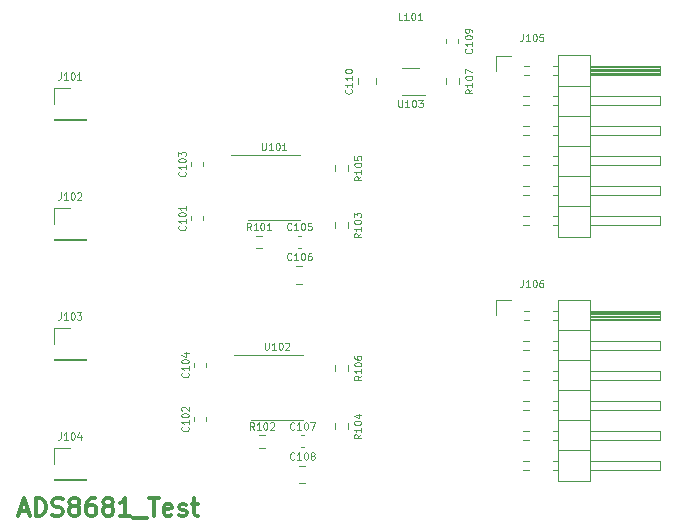
<source format=gbr>
G04 #@! TF.GenerationSoftware,KiCad,Pcbnew,7.0.6*
G04 #@! TF.CreationDate,2023-08-11T00:36:40+02:00*
G04 #@! TF.ProjectId,ADS868_Test,41445338-3638-45f5-9465-73742e6b6963,rev?*
G04 #@! TF.SameCoordinates,Original*
G04 #@! TF.FileFunction,Legend,Top*
G04 #@! TF.FilePolarity,Positive*
%FSLAX46Y46*%
G04 Gerber Fmt 4.6, Leading zero omitted, Abs format (unit mm)*
G04 Created by KiCad (PCBNEW 7.0.6) date 2023-08-11 00:36:40*
%MOMM*%
%LPD*%
G01*
G04 APERTURE LIST*
%ADD10C,0.300000*%
%ADD11C,0.120000*%
G04 APERTURE END LIST*
D10*
X99883082Y-92872257D02*
X100597368Y-92872257D01*
X99740225Y-93300828D02*
X100240225Y-91800828D01*
X100240225Y-91800828D02*
X100740225Y-93300828D01*
X101240224Y-93300828D02*
X101240224Y-91800828D01*
X101240224Y-91800828D02*
X101597367Y-91800828D01*
X101597367Y-91800828D02*
X101811653Y-91872257D01*
X101811653Y-91872257D02*
X101954510Y-92015114D01*
X101954510Y-92015114D02*
X102025939Y-92157971D01*
X102025939Y-92157971D02*
X102097367Y-92443685D01*
X102097367Y-92443685D02*
X102097367Y-92657971D01*
X102097367Y-92657971D02*
X102025939Y-92943685D01*
X102025939Y-92943685D02*
X101954510Y-93086542D01*
X101954510Y-93086542D02*
X101811653Y-93229400D01*
X101811653Y-93229400D02*
X101597367Y-93300828D01*
X101597367Y-93300828D02*
X101240224Y-93300828D01*
X102668796Y-93229400D02*
X102883082Y-93300828D01*
X102883082Y-93300828D02*
X103240224Y-93300828D01*
X103240224Y-93300828D02*
X103383082Y-93229400D01*
X103383082Y-93229400D02*
X103454510Y-93157971D01*
X103454510Y-93157971D02*
X103525939Y-93015114D01*
X103525939Y-93015114D02*
X103525939Y-92872257D01*
X103525939Y-92872257D02*
X103454510Y-92729400D01*
X103454510Y-92729400D02*
X103383082Y-92657971D01*
X103383082Y-92657971D02*
X103240224Y-92586542D01*
X103240224Y-92586542D02*
X102954510Y-92515114D01*
X102954510Y-92515114D02*
X102811653Y-92443685D01*
X102811653Y-92443685D02*
X102740224Y-92372257D01*
X102740224Y-92372257D02*
X102668796Y-92229400D01*
X102668796Y-92229400D02*
X102668796Y-92086542D01*
X102668796Y-92086542D02*
X102740224Y-91943685D01*
X102740224Y-91943685D02*
X102811653Y-91872257D01*
X102811653Y-91872257D02*
X102954510Y-91800828D01*
X102954510Y-91800828D02*
X103311653Y-91800828D01*
X103311653Y-91800828D02*
X103525939Y-91872257D01*
X104383081Y-92443685D02*
X104240224Y-92372257D01*
X104240224Y-92372257D02*
X104168795Y-92300828D01*
X104168795Y-92300828D02*
X104097367Y-92157971D01*
X104097367Y-92157971D02*
X104097367Y-92086542D01*
X104097367Y-92086542D02*
X104168795Y-91943685D01*
X104168795Y-91943685D02*
X104240224Y-91872257D01*
X104240224Y-91872257D02*
X104383081Y-91800828D01*
X104383081Y-91800828D02*
X104668795Y-91800828D01*
X104668795Y-91800828D02*
X104811653Y-91872257D01*
X104811653Y-91872257D02*
X104883081Y-91943685D01*
X104883081Y-91943685D02*
X104954510Y-92086542D01*
X104954510Y-92086542D02*
X104954510Y-92157971D01*
X104954510Y-92157971D02*
X104883081Y-92300828D01*
X104883081Y-92300828D02*
X104811653Y-92372257D01*
X104811653Y-92372257D02*
X104668795Y-92443685D01*
X104668795Y-92443685D02*
X104383081Y-92443685D01*
X104383081Y-92443685D02*
X104240224Y-92515114D01*
X104240224Y-92515114D02*
X104168795Y-92586542D01*
X104168795Y-92586542D02*
X104097367Y-92729400D01*
X104097367Y-92729400D02*
X104097367Y-93015114D01*
X104097367Y-93015114D02*
X104168795Y-93157971D01*
X104168795Y-93157971D02*
X104240224Y-93229400D01*
X104240224Y-93229400D02*
X104383081Y-93300828D01*
X104383081Y-93300828D02*
X104668795Y-93300828D01*
X104668795Y-93300828D02*
X104811653Y-93229400D01*
X104811653Y-93229400D02*
X104883081Y-93157971D01*
X104883081Y-93157971D02*
X104954510Y-93015114D01*
X104954510Y-93015114D02*
X104954510Y-92729400D01*
X104954510Y-92729400D02*
X104883081Y-92586542D01*
X104883081Y-92586542D02*
X104811653Y-92515114D01*
X104811653Y-92515114D02*
X104668795Y-92443685D01*
X106240224Y-91800828D02*
X105954509Y-91800828D01*
X105954509Y-91800828D02*
X105811652Y-91872257D01*
X105811652Y-91872257D02*
X105740224Y-91943685D01*
X105740224Y-91943685D02*
X105597366Y-92157971D01*
X105597366Y-92157971D02*
X105525938Y-92443685D01*
X105525938Y-92443685D02*
X105525938Y-93015114D01*
X105525938Y-93015114D02*
X105597366Y-93157971D01*
X105597366Y-93157971D02*
X105668795Y-93229400D01*
X105668795Y-93229400D02*
X105811652Y-93300828D01*
X105811652Y-93300828D02*
X106097366Y-93300828D01*
X106097366Y-93300828D02*
X106240224Y-93229400D01*
X106240224Y-93229400D02*
X106311652Y-93157971D01*
X106311652Y-93157971D02*
X106383081Y-93015114D01*
X106383081Y-93015114D02*
X106383081Y-92657971D01*
X106383081Y-92657971D02*
X106311652Y-92515114D01*
X106311652Y-92515114D02*
X106240224Y-92443685D01*
X106240224Y-92443685D02*
X106097366Y-92372257D01*
X106097366Y-92372257D02*
X105811652Y-92372257D01*
X105811652Y-92372257D02*
X105668795Y-92443685D01*
X105668795Y-92443685D02*
X105597366Y-92515114D01*
X105597366Y-92515114D02*
X105525938Y-92657971D01*
X107240223Y-92443685D02*
X107097366Y-92372257D01*
X107097366Y-92372257D02*
X107025937Y-92300828D01*
X107025937Y-92300828D02*
X106954509Y-92157971D01*
X106954509Y-92157971D02*
X106954509Y-92086542D01*
X106954509Y-92086542D02*
X107025937Y-91943685D01*
X107025937Y-91943685D02*
X107097366Y-91872257D01*
X107097366Y-91872257D02*
X107240223Y-91800828D01*
X107240223Y-91800828D02*
X107525937Y-91800828D01*
X107525937Y-91800828D02*
X107668795Y-91872257D01*
X107668795Y-91872257D02*
X107740223Y-91943685D01*
X107740223Y-91943685D02*
X107811652Y-92086542D01*
X107811652Y-92086542D02*
X107811652Y-92157971D01*
X107811652Y-92157971D02*
X107740223Y-92300828D01*
X107740223Y-92300828D02*
X107668795Y-92372257D01*
X107668795Y-92372257D02*
X107525937Y-92443685D01*
X107525937Y-92443685D02*
X107240223Y-92443685D01*
X107240223Y-92443685D02*
X107097366Y-92515114D01*
X107097366Y-92515114D02*
X107025937Y-92586542D01*
X107025937Y-92586542D02*
X106954509Y-92729400D01*
X106954509Y-92729400D02*
X106954509Y-93015114D01*
X106954509Y-93015114D02*
X107025937Y-93157971D01*
X107025937Y-93157971D02*
X107097366Y-93229400D01*
X107097366Y-93229400D02*
X107240223Y-93300828D01*
X107240223Y-93300828D02*
X107525937Y-93300828D01*
X107525937Y-93300828D02*
X107668795Y-93229400D01*
X107668795Y-93229400D02*
X107740223Y-93157971D01*
X107740223Y-93157971D02*
X107811652Y-93015114D01*
X107811652Y-93015114D02*
X107811652Y-92729400D01*
X107811652Y-92729400D02*
X107740223Y-92586542D01*
X107740223Y-92586542D02*
X107668795Y-92515114D01*
X107668795Y-92515114D02*
X107525937Y-92443685D01*
X109240223Y-93300828D02*
X108383080Y-93300828D01*
X108811651Y-93300828D02*
X108811651Y-91800828D01*
X108811651Y-91800828D02*
X108668794Y-92015114D01*
X108668794Y-92015114D02*
X108525937Y-92157971D01*
X108525937Y-92157971D02*
X108383080Y-92229400D01*
X109525937Y-93443685D02*
X110668794Y-93443685D01*
X110811651Y-91800828D02*
X111668794Y-91800828D01*
X111240222Y-93300828D02*
X111240222Y-91800828D01*
X112740222Y-93229400D02*
X112597365Y-93300828D01*
X112597365Y-93300828D02*
X112311651Y-93300828D01*
X112311651Y-93300828D02*
X112168793Y-93229400D01*
X112168793Y-93229400D02*
X112097365Y-93086542D01*
X112097365Y-93086542D02*
X112097365Y-92515114D01*
X112097365Y-92515114D02*
X112168793Y-92372257D01*
X112168793Y-92372257D02*
X112311651Y-92300828D01*
X112311651Y-92300828D02*
X112597365Y-92300828D01*
X112597365Y-92300828D02*
X112740222Y-92372257D01*
X112740222Y-92372257D02*
X112811651Y-92515114D01*
X112811651Y-92515114D02*
X112811651Y-92657971D01*
X112811651Y-92657971D02*
X112097365Y-92800828D01*
X113383079Y-93229400D02*
X113525936Y-93300828D01*
X113525936Y-93300828D02*
X113811650Y-93300828D01*
X113811650Y-93300828D02*
X113954507Y-93229400D01*
X113954507Y-93229400D02*
X114025936Y-93086542D01*
X114025936Y-93086542D02*
X114025936Y-93015114D01*
X114025936Y-93015114D02*
X113954507Y-92872257D01*
X113954507Y-92872257D02*
X113811650Y-92800828D01*
X113811650Y-92800828D02*
X113597365Y-92800828D01*
X113597365Y-92800828D02*
X113454507Y-92729400D01*
X113454507Y-92729400D02*
X113383079Y-92586542D01*
X113383079Y-92586542D02*
X113383079Y-92515114D01*
X113383079Y-92515114D02*
X113454507Y-92372257D01*
X113454507Y-92372257D02*
X113597365Y-92300828D01*
X113597365Y-92300828D02*
X113811650Y-92300828D01*
X113811650Y-92300828D02*
X113954507Y-92372257D01*
X114454508Y-92300828D02*
X115025936Y-92300828D01*
X114668793Y-91800828D02*
X114668793Y-93086542D01*
X114668793Y-93086542D02*
X114740222Y-93229400D01*
X114740222Y-93229400D02*
X114883079Y-93300828D01*
X114883079Y-93300828D02*
X115025936Y-93300828D01*
D11*
X132297571Y-51325331D02*
X132011857Y-51325331D01*
X132011857Y-51325331D02*
X132011857Y-50725331D01*
X132811856Y-51325331D02*
X132468999Y-51325331D01*
X132640428Y-51325331D02*
X132640428Y-50725331D01*
X132640428Y-50725331D02*
X132583285Y-50811045D01*
X132583285Y-50811045D02*
X132526142Y-50868188D01*
X132526142Y-50868188D02*
X132468999Y-50896760D01*
X133183285Y-50725331D02*
X133240428Y-50725331D01*
X133240428Y-50725331D02*
X133297571Y-50753902D01*
X133297571Y-50753902D02*
X133326143Y-50782474D01*
X133326143Y-50782474D02*
X133354714Y-50839617D01*
X133354714Y-50839617D02*
X133383285Y-50953902D01*
X133383285Y-50953902D02*
X133383285Y-51096760D01*
X133383285Y-51096760D02*
X133354714Y-51211045D01*
X133354714Y-51211045D02*
X133326143Y-51268188D01*
X133326143Y-51268188D02*
X133297571Y-51296760D01*
X133297571Y-51296760D02*
X133240428Y-51325331D01*
X133240428Y-51325331D02*
X133183285Y-51325331D01*
X133183285Y-51325331D02*
X133126143Y-51296760D01*
X133126143Y-51296760D02*
X133097571Y-51268188D01*
X133097571Y-51268188D02*
X133069000Y-51211045D01*
X133069000Y-51211045D02*
X133040428Y-51096760D01*
X133040428Y-51096760D02*
X133040428Y-50953902D01*
X133040428Y-50953902D02*
X133069000Y-50839617D01*
X133069000Y-50839617D02*
X133097571Y-50782474D01*
X133097571Y-50782474D02*
X133126143Y-50753902D01*
X133126143Y-50753902D02*
X133183285Y-50725331D01*
X133954714Y-51325331D02*
X133611857Y-51325331D01*
X133783286Y-51325331D02*
X133783286Y-50725331D01*
X133783286Y-50725331D02*
X133726143Y-50811045D01*
X133726143Y-50811045D02*
X133669000Y-50868188D01*
X133669000Y-50868188D02*
X133611857Y-50896760D01*
X122899571Y-69048188D02*
X122870999Y-69076760D01*
X122870999Y-69076760D02*
X122785285Y-69105331D01*
X122785285Y-69105331D02*
X122728142Y-69105331D01*
X122728142Y-69105331D02*
X122642428Y-69076760D01*
X122642428Y-69076760D02*
X122585285Y-69019617D01*
X122585285Y-69019617D02*
X122556714Y-68962474D01*
X122556714Y-68962474D02*
X122528142Y-68848188D01*
X122528142Y-68848188D02*
X122528142Y-68762474D01*
X122528142Y-68762474D02*
X122556714Y-68648188D01*
X122556714Y-68648188D02*
X122585285Y-68591045D01*
X122585285Y-68591045D02*
X122642428Y-68533902D01*
X122642428Y-68533902D02*
X122728142Y-68505331D01*
X122728142Y-68505331D02*
X122785285Y-68505331D01*
X122785285Y-68505331D02*
X122870999Y-68533902D01*
X122870999Y-68533902D02*
X122899571Y-68562474D01*
X123470999Y-69105331D02*
X123128142Y-69105331D01*
X123299571Y-69105331D02*
X123299571Y-68505331D01*
X123299571Y-68505331D02*
X123242428Y-68591045D01*
X123242428Y-68591045D02*
X123185285Y-68648188D01*
X123185285Y-68648188D02*
X123128142Y-68676760D01*
X123842428Y-68505331D02*
X123899571Y-68505331D01*
X123899571Y-68505331D02*
X123956714Y-68533902D01*
X123956714Y-68533902D02*
X123985286Y-68562474D01*
X123985286Y-68562474D02*
X124013857Y-68619617D01*
X124013857Y-68619617D02*
X124042428Y-68733902D01*
X124042428Y-68733902D02*
X124042428Y-68876760D01*
X124042428Y-68876760D02*
X124013857Y-68991045D01*
X124013857Y-68991045D02*
X123985286Y-69048188D01*
X123985286Y-69048188D02*
X123956714Y-69076760D01*
X123956714Y-69076760D02*
X123899571Y-69105331D01*
X123899571Y-69105331D02*
X123842428Y-69105331D01*
X123842428Y-69105331D02*
X123785286Y-69076760D01*
X123785286Y-69076760D02*
X123756714Y-69048188D01*
X123756714Y-69048188D02*
X123728143Y-68991045D01*
X123728143Y-68991045D02*
X123699571Y-68876760D01*
X123699571Y-68876760D02*
X123699571Y-68733902D01*
X123699571Y-68733902D02*
X123728143Y-68619617D01*
X123728143Y-68619617D02*
X123756714Y-68562474D01*
X123756714Y-68562474D02*
X123785286Y-68533902D01*
X123785286Y-68533902D02*
X123842428Y-68505331D01*
X124585286Y-68505331D02*
X124299572Y-68505331D01*
X124299572Y-68505331D02*
X124271000Y-68791045D01*
X124271000Y-68791045D02*
X124299572Y-68762474D01*
X124299572Y-68762474D02*
X124356715Y-68733902D01*
X124356715Y-68733902D02*
X124499572Y-68733902D01*
X124499572Y-68733902D02*
X124556715Y-68762474D01*
X124556715Y-68762474D02*
X124585286Y-68791045D01*
X124585286Y-68791045D02*
X124613857Y-68848188D01*
X124613857Y-68848188D02*
X124613857Y-68991045D01*
X124613857Y-68991045D02*
X124585286Y-69048188D01*
X124585286Y-69048188D02*
X124556715Y-69076760D01*
X124556715Y-69076760D02*
X124499572Y-69105331D01*
X124499572Y-69105331D02*
X124356715Y-69105331D01*
X124356715Y-69105331D02*
X124299572Y-69076760D01*
X124299572Y-69076760D02*
X124271000Y-69048188D01*
X142484570Y-52503331D02*
X142484570Y-52931902D01*
X142484570Y-52931902D02*
X142455999Y-53017617D01*
X142455999Y-53017617D02*
X142398856Y-53074760D01*
X142398856Y-53074760D02*
X142313142Y-53103331D01*
X142313142Y-53103331D02*
X142255999Y-53103331D01*
X143084570Y-53103331D02*
X142741713Y-53103331D01*
X142913142Y-53103331D02*
X142913142Y-52503331D01*
X142913142Y-52503331D02*
X142855999Y-52589045D01*
X142855999Y-52589045D02*
X142798856Y-52646188D01*
X142798856Y-52646188D02*
X142741713Y-52674760D01*
X143455999Y-52503331D02*
X143513142Y-52503331D01*
X143513142Y-52503331D02*
X143570285Y-52531902D01*
X143570285Y-52531902D02*
X143598857Y-52560474D01*
X143598857Y-52560474D02*
X143627428Y-52617617D01*
X143627428Y-52617617D02*
X143655999Y-52731902D01*
X143655999Y-52731902D02*
X143655999Y-52874760D01*
X143655999Y-52874760D02*
X143627428Y-52989045D01*
X143627428Y-52989045D02*
X143598857Y-53046188D01*
X143598857Y-53046188D02*
X143570285Y-53074760D01*
X143570285Y-53074760D02*
X143513142Y-53103331D01*
X143513142Y-53103331D02*
X143455999Y-53103331D01*
X143455999Y-53103331D02*
X143398857Y-53074760D01*
X143398857Y-53074760D02*
X143370285Y-53046188D01*
X143370285Y-53046188D02*
X143341714Y-52989045D01*
X143341714Y-52989045D02*
X143313142Y-52874760D01*
X143313142Y-52874760D02*
X143313142Y-52731902D01*
X143313142Y-52731902D02*
X143341714Y-52617617D01*
X143341714Y-52617617D02*
X143370285Y-52560474D01*
X143370285Y-52560474D02*
X143398857Y-52531902D01*
X143398857Y-52531902D02*
X143455999Y-52503331D01*
X144198857Y-52503331D02*
X143913143Y-52503331D01*
X143913143Y-52503331D02*
X143884571Y-52789045D01*
X143884571Y-52789045D02*
X143913143Y-52760474D01*
X143913143Y-52760474D02*
X143970286Y-52731902D01*
X143970286Y-52731902D02*
X144113143Y-52731902D01*
X144113143Y-52731902D02*
X144170286Y-52760474D01*
X144170286Y-52760474D02*
X144198857Y-52789045D01*
X144198857Y-52789045D02*
X144227428Y-52846188D01*
X144227428Y-52846188D02*
X144227428Y-52989045D01*
X144227428Y-52989045D02*
X144198857Y-53046188D01*
X144198857Y-53046188D02*
X144170286Y-53074760D01*
X144170286Y-53074760D02*
X144113143Y-53103331D01*
X144113143Y-53103331D02*
X143970286Y-53103331D01*
X143970286Y-53103331D02*
X143913143Y-53074760D01*
X143913143Y-53074760D02*
X143884571Y-53046188D01*
X127976188Y-57186428D02*
X128004760Y-57215000D01*
X128004760Y-57215000D02*
X128033331Y-57300714D01*
X128033331Y-57300714D02*
X128033331Y-57357857D01*
X128033331Y-57357857D02*
X128004760Y-57443571D01*
X128004760Y-57443571D02*
X127947617Y-57500714D01*
X127947617Y-57500714D02*
X127890474Y-57529285D01*
X127890474Y-57529285D02*
X127776188Y-57557857D01*
X127776188Y-57557857D02*
X127690474Y-57557857D01*
X127690474Y-57557857D02*
X127576188Y-57529285D01*
X127576188Y-57529285D02*
X127519045Y-57500714D01*
X127519045Y-57500714D02*
X127461902Y-57443571D01*
X127461902Y-57443571D02*
X127433331Y-57357857D01*
X127433331Y-57357857D02*
X127433331Y-57300714D01*
X127433331Y-57300714D02*
X127461902Y-57215000D01*
X127461902Y-57215000D02*
X127490474Y-57186428D01*
X128033331Y-56615000D02*
X128033331Y-56957857D01*
X128033331Y-56786428D02*
X127433331Y-56786428D01*
X127433331Y-56786428D02*
X127519045Y-56843571D01*
X127519045Y-56843571D02*
X127576188Y-56900714D01*
X127576188Y-56900714D02*
X127604760Y-56957857D01*
X128033331Y-56043571D02*
X128033331Y-56386428D01*
X128033331Y-56214999D02*
X127433331Y-56214999D01*
X127433331Y-56214999D02*
X127519045Y-56272142D01*
X127519045Y-56272142D02*
X127576188Y-56329285D01*
X127576188Y-56329285D02*
X127604760Y-56386428D01*
X127433331Y-55672142D02*
X127433331Y-55614999D01*
X127433331Y-55614999D02*
X127461902Y-55557856D01*
X127461902Y-55557856D02*
X127490474Y-55529285D01*
X127490474Y-55529285D02*
X127547617Y-55500713D01*
X127547617Y-55500713D02*
X127661902Y-55472142D01*
X127661902Y-55472142D02*
X127804760Y-55472142D01*
X127804760Y-55472142D02*
X127919045Y-55500713D01*
X127919045Y-55500713D02*
X127976188Y-55529285D01*
X127976188Y-55529285D02*
X128004760Y-55557856D01*
X128004760Y-55557856D02*
X128033331Y-55614999D01*
X128033331Y-55614999D02*
X128033331Y-55672142D01*
X128033331Y-55672142D02*
X128004760Y-55729285D01*
X128004760Y-55729285D02*
X127976188Y-55757856D01*
X127976188Y-55757856D02*
X127919045Y-55786427D01*
X127919045Y-55786427D02*
X127804760Y-55814999D01*
X127804760Y-55814999D02*
X127661902Y-55814999D01*
X127661902Y-55814999D02*
X127547617Y-55786427D01*
X127547617Y-55786427D02*
X127490474Y-55757856D01*
X127490474Y-55757856D02*
X127461902Y-55729285D01*
X127461902Y-55729285D02*
X127433331Y-55672142D01*
X114133188Y-85761428D02*
X114161760Y-85790000D01*
X114161760Y-85790000D02*
X114190331Y-85875714D01*
X114190331Y-85875714D02*
X114190331Y-85932857D01*
X114190331Y-85932857D02*
X114161760Y-86018571D01*
X114161760Y-86018571D02*
X114104617Y-86075714D01*
X114104617Y-86075714D02*
X114047474Y-86104285D01*
X114047474Y-86104285D02*
X113933188Y-86132857D01*
X113933188Y-86132857D02*
X113847474Y-86132857D01*
X113847474Y-86132857D02*
X113733188Y-86104285D01*
X113733188Y-86104285D02*
X113676045Y-86075714D01*
X113676045Y-86075714D02*
X113618902Y-86018571D01*
X113618902Y-86018571D02*
X113590331Y-85932857D01*
X113590331Y-85932857D02*
X113590331Y-85875714D01*
X113590331Y-85875714D02*
X113618902Y-85790000D01*
X113618902Y-85790000D02*
X113647474Y-85761428D01*
X114190331Y-85190000D02*
X114190331Y-85532857D01*
X114190331Y-85361428D02*
X113590331Y-85361428D01*
X113590331Y-85361428D02*
X113676045Y-85418571D01*
X113676045Y-85418571D02*
X113733188Y-85475714D01*
X113733188Y-85475714D02*
X113761760Y-85532857D01*
X113590331Y-84818571D02*
X113590331Y-84761428D01*
X113590331Y-84761428D02*
X113618902Y-84704285D01*
X113618902Y-84704285D02*
X113647474Y-84675714D01*
X113647474Y-84675714D02*
X113704617Y-84647142D01*
X113704617Y-84647142D02*
X113818902Y-84618571D01*
X113818902Y-84618571D02*
X113961760Y-84618571D01*
X113961760Y-84618571D02*
X114076045Y-84647142D01*
X114076045Y-84647142D02*
X114133188Y-84675714D01*
X114133188Y-84675714D02*
X114161760Y-84704285D01*
X114161760Y-84704285D02*
X114190331Y-84761428D01*
X114190331Y-84761428D02*
X114190331Y-84818571D01*
X114190331Y-84818571D02*
X114161760Y-84875714D01*
X114161760Y-84875714D02*
X114133188Y-84904285D01*
X114133188Y-84904285D02*
X114076045Y-84932856D01*
X114076045Y-84932856D02*
X113961760Y-84961428D01*
X113961760Y-84961428D02*
X113818902Y-84961428D01*
X113818902Y-84961428D02*
X113704617Y-84932856D01*
X113704617Y-84932856D02*
X113647474Y-84904285D01*
X113647474Y-84904285D02*
X113618902Y-84875714D01*
X113618902Y-84875714D02*
X113590331Y-84818571D01*
X113647474Y-84389999D02*
X113618902Y-84361427D01*
X113618902Y-84361427D02*
X113590331Y-84304285D01*
X113590331Y-84304285D02*
X113590331Y-84161427D01*
X113590331Y-84161427D02*
X113618902Y-84104285D01*
X113618902Y-84104285D02*
X113647474Y-84075713D01*
X113647474Y-84075713D02*
X113704617Y-84047142D01*
X113704617Y-84047142D02*
X113761760Y-84047142D01*
X113761760Y-84047142D02*
X113847474Y-84075713D01*
X113847474Y-84075713D02*
X114190331Y-84418570D01*
X114190331Y-84418570D02*
X114190331Y-84047142D01*
X103368570Y-55761331D02*
X103368570Y-56189902D01*
X103368570Y-56189902D02*
X103339999Y-56275617D01*
X103339999Y-56275617D02*
X103282856Y-56332760D01*
X103282856Y-56332760D02*
X103197142Y-56361331D01*
X103197142Y-56361331D02*
X103139999Y-56361331D01*
X103968570Y-56361331D02*
X103625713Y-56361331D01*
X103797142Y-56361331D02*
X103797142Y-55761331D01*
X103797142Y-55761331D02*
X103739999Y-55847045D01*
X103739999Y-55847045D02*
X103682856Y-55904188D01*
X103682856Y-55904188D02*
X103625713Y-55932760D01*
X104339999Y-55761331D02*
X104397142Y-55761331D01*
X104397142Y-55761331D02*
X104454285Y-55789902D01*
X104454285Y-55789902D02*
X104482857Y-55818474D01*
X104482857Y-55818474D02*
X104511428Y-55875617D01*
X104511428Y-55875617D02*
X104539999Y-55989902D01*
X104539999Y-55989902D02*
X104539999Y-56132760D01*
X104539999Y-56132760D02*
X104511428Y-56247045D01*
X104511428Y-56247045D02*
X104482857Y-56304188D01*
X104482857Y-56304188D02*
X104454285Y-56332760D01*
X104454285Y-56332760D02*
X104397142Y-56361331D01*
X104397142Y-56361331D02*
X104339999Y-56361331D01*
X104339999Y-56361331D02*
X104282857Y-56332760D01*
X104282857Y-56332760D02*
X104254285Y-56304188D01*
X104254285Y-56304188D02*
X104225714Y-56247045D01*
X104225714Y-56247045D02*
X104197142Y-56132760D01*
X104197142Y-56132760D02*
X104197142Y-55989902D01*
X104197142Y-55989902D02*
X104225714Y-55875617D01*
X104225714Y-55875617D02*
X104254285Y-55818474D01*
X104254285Y-55818474D02*
X104282857Y-55789902D01*
X104282857Y-55789902D02*
X104339999Y-55761331D01*
X105111428Y-56361331D02*
X104768571Y-56361331D01*
X104940000Y-56361331D02*
X104940000Y-55761331D01*
X104940000Y-55761331D02*
X104882857Y-55847045D01*
X104882857Y-55847045D02*
X104825714Y-55904188D01*
X104825714Y-55904188D02*
X104768571Y-55932760D01*
X128795331Y-86396428D02*
X128509617Y-86596428D01*
X128795331Y-86739285D02*
X128195331Y-86739285D01*
X128195331Y-86739285D02*
X128195331Y-86510714D01*
X128195331Y-86510714D02*
X128223902Y-86453571D01*
X128223902Y-86453571D02*
X128252474Y-86425000D01*
X128252474Y-86425000D02*
X128309617Y-86396428D01*
X128309617Y-86396428D02*
X128395331Y-86396428D01*
X128395331Y-86396428D02*
X128452474Y-86425000D01*
X128452474Y-86425000D02*
X128481045Y-86453571D01*
X128481045Y-86453571D02*
X128509617Y-86510714D01*
X128509617Y-86510714D02*
X128509617Y-86739285D01*
X128795331Y-85825000D02*
X128795331Y-86167857D01*
X128795331Y-85996428D02*
X128195331Y-85996428D01*
X128195331Y-85996428D02*
X128281045Y-86053571D01*
X128281045Y-86053571D02*
X128338188Y-86110714D01*
X128338188Y-86110714D02*
X128366760Y-86167857D01*
X128195331Y-85453571D02*
X128195331Y-85396428D01*
X128195331Y-85396428D02*
X128223902Y-85339285D01*
X128223902Y-85339285D02*
X128252474Y-85310714D01*
X128252474Y-85310714D02*
X128309617Y-85282142D01*
X128309617Y-85282142D02*
X128423902Y-85253571D01*
X128423902Y-85253571D02*
X128566760Y-85253571D01*
X128566760Y-85253571D02*
X128681045Y-85282142D01*
X128681045Y-85282142D02*
X128738188Y-85310714D01*
X128738188Y-85310714D02*
X128766760Y-85339285D01*
X128766760Y-85339285D02*
X128795331Y-85396428D01*
X128795331Y-85396428D02*
X128795331Y-85453571D01*
X128795331Y-85453571D02*
X128766760Y-85510714D01*
X128766760Y-85510714D02*
X128738188Y-85539285D01*
X128738188Y-85539285D02*
X128681045Y-85567856D01*
X128681045Y-85567856D02*
X128566760Y-85596428D01*
X128566760Y-85596428D02*
X128423902Y-85596428D01*
X128423902Y-85596428D02*
X128309617Y-85567856D01*
X128309617Y-85567856D02*
X128252474Y-85539285D01*
X128252474Y-85539285D02*
X128223902Y-85510714D01*
X128223902Y-85510714D02*
X128195331Y-85453571D01*
X128395331Y-84739285D02*
X128795331Y-84739285D01*
X128166760Y-84882142D02*
X128595331Y-85024999D01*
X128595331Y-85024999D02*
X128595331Y-84653570D01*
X103368570Y-86241331D02*
X103368570Y-86669902D01*
X103368570Y-86669902D02*
X103339999Y-86755617D01*
X103339999Y-86755617D02*
X103282856Y-86812760D01*
X103282856Y-86812760D02*
X103197142Y-86841331D01*
X103197142Y-86841331D02*
X103139999Y-86841331D01*
X103968570Y-86841331D02*
X103625713Y-86841331D01*
X103797142Y-86841331D02*
X103797142Y-86241331D01*
X103797142Y-86241331D02*
X103739999Y-86327045D01*
X103739999Y-86327045D02*
X103682856Y-86384188D01*
X103682856Y-86384188D02*
X103625713Y-86412760D01*
X104339999Y-86241331D02*
X104397142Y-86241331D01*
X104397142Y-86241331D02*
X104454285Y-86269902D01*
X104454285Y-86269902D02*
X104482857Y-86298474D01*
X104482857Y-86298474D02*
X104511428Y-86355617D01*
X104511428Y-86355617D02*
X104539999Y-86469902D01*
X104539999Y-86469902D02*
X104539999Y-86612760D01*
X104539999Y-86612760D02*
X104511428Y-86727045D01*
X104511428Y-86727045D02*
X104482857Y-86784188D01*
X104482857Y-86784188D02*
X104454285Y-86812760D01*
X104454285Y-86812760D02*
X104397142Y-86841331D01*
X104397142Y-86841331D02*
X104339999Y-86841331D01*
X104339999Y-86841331D02*
X104282857Y-86812760D01*
X104282857Y-86812760D02*
X104254285Y-86784188D01*
X104254285Y-86784188D02*
X104225714Y-86727045D01*
X104225714Y-86727045D02*
X104197142Y-86612760D01*
X104197142Y-86612760D02*
X104197142Y-86469902D01*
X104197142Y-86469902D02*
X104225714Y-86355617D01*
X104225714Y-86355617D02*
X104254285Y-86298474D01*
X104254285Y-86298474D02*
X104282857Y-86269902D01*
X104282857Y-86269902D02*
X104339999Y-86241331D01*
X105054286Y-86441331D02*
X105054286Y-86841331D01*
X104911428Y-86212760D02*
X104768571Y-86641331D01*
X104768571Y-86641331D02*
X105140000Y-86641331D01*
X114133188Y-81189428D02*
X114161760Y-81218000D01*
X114161760Y-81218000D02*
X114190331Y-81303714D01*
X114190331Y-81303714D02*
X114190331Y-81360857D01*
X114190331Y-81360857D02*
X114161760Y-81446571D01*
X114161760Y-81446571D02*
X114104617Y-81503714D01*
X114104617Y-81503714D02*
X114047474Y-81532285D01*
X114047474Y-81532285D02*
X113933188Y-81560857D01*
X113933188Y-81560857D02*
X113847474Y-81560857D01*
X113847474Y-81560857D02*
X113733188Y-81532285D01*
X113733188Y-81532285D02*
X113676045Y-81503714D01*
X113676045Y-81503714D02*
X113618902Y-81446571D01*
X113618902Y-81446571D02*
X113590331Y-81360857D01*
X113590331Y-81360857D02*
X113590331Y-81303714D01*
X113590331Y-81303714D02*
X113618902Y-81218000D01*
X113618902Y-81218000D02*
X113647474Y-81189428D01*
X114190331Y-80618000D02*
X114190331Y-80960857D01*
X114190331Y-80789428D02*
X113590331Y-80789428D01*
X113590331Y-80789428D02*
X113676045Y-80846571D01*
X113676045Y-80846571D02*
X113733188Y-80903714D01*
X113733188Y-80903714D02*
X113761760Y-80960857D01*
X113590331Y-80246571D02*
X113590331Y-80189428D01*
X113590331Y-80189428D02*
X113618902Y-80132285D01*
X113618902Y-80132285D02*
X113647474Y-80103714D01*
X113647474Y-80103714D02*
X113704617Y-80075142D01*
X113704617Y-80075142D02*
X113818902Y-80046571D01*
X113818902Y-80046571D02*
X113961760Y-80046571D01*
X113961760Y-80046571D02*
X114076045Y-80075142D01*
X114076045Y-80075142D02*
X114133188Y-80103714D01*
X114133188Y-80103714D02*
X114161760Y-80132285D01*
X114161760Y-80132285D02*
X114190331Y-80189428D01*
X114190331Y-80189428D02*
X114190331Y-80246571D01*
X114190331Y-80246571D02*
X114161760Y-80303714D01*
X114161760Y-80303714D02*
X114133188Y-80332285D01*
X114133188Y-80332285D02*
X114076045Y-80360856D01*
X114076045Y-80360856D02*
X113961760Y-80389428D01*
X113961760Y-80389428D02*
X113818902Y-80389428D01*
X113818902Y-80389428D02*
X113704617Y-80360856D01*
X113704617Y-80360856D02*
X113647474Y-80332285D01*
X113647474Y-80332285D02*
X113618902Y-80303714D01*
X113618902Y-80303714D02*
X113590331Y-80246571D01*
X113790331Y-79532285D02*
X114190331Y-79532285D01*
X113561760Y-79675142D02*
X113990331Y-79817999D01*
X113990331Y-79817999D02*
X113990331Y-79446570D01*
X128828331Y-64552428D02*
X128542617Y-64752428D01*
X128828331Y-64895285D02*
X128228331Y-64895285D01*
X128228331Y-64895285D02*
X128228331Y-64666714D01*
X128228331Y-64666714D02*
X128256902Y-64609571D01*
X128256902Y-64609571D02*
X128285474Y-64581000D01*
X128285474Y-64581000D02*
X128342617Y-64552428D01*
X128342617Y-64552428D02*
X128428331Y-64552428D01*
X128428331Y-64552428D02*
X128485474Y-64581000D01*
X128485474Y-64581000D02*
X128514045Y-64609571D01*
X128514045Y-64609571D02*
X128542617Y-64666714D01*
X128542617Y-64666714D02*
X128542617Y-64895285D01*
X128828331Y-63981000D02*
X128828331Y-64323857D01*
X128828331Y-64152428D02*
X128228331Y-64152428D01*
X128228331Y-64152428D02*
X128314045Y-64209571D01*
X128314045Y-64209571D02*
X128371188Y-64266714D01*
X128371188Y-64266714D02*
X128399760Y-64323857D01*
X128228331Y-63609571D02*
X128228331Y-63552428D01*
X128228331Y-63552428D02*
X128256902Y-63495285D01*
X128256902Y-63495285D02*
X128285474Y-63466714D01*
X128285474Y-63466714D02*
X128342617Y-63438142D01*
X128342617Y-63438142D02*
X128456902Y-63409571D01*
X128456902Y-63409571D02*
X128599760Y-63409571D01*
X128599760Y-63409571D02*
X128714045Y-63438142D01*
X128714045Y-63438142D02*
X128771188Y-63466714D01*
X128771188Y-63466714D02*
X128799760Y-63495285D01*
X128799760Y-63495285D02*
X128828331Y-63552428D01*
X128828331Y-63552428D02*
X128828331Y-63609571D01*
X128828331Y-63609571D02*
X128799760Y-63666714D01*
X128799760Y-63666714D02*
X128771188Y-63695285D01*
X128771188Y-63695285D02*
X128714045Y-63723856D01*
X128714045Y-63723856D02*
X128599760Y-63752428D01*
X128599760Y-63752428D02*
X128456902Y-63752428D01*
X128456902Y-63752428D02*
X128342617Y-63723856D01*
X128342617Y-63723856D02*
X128285474Y-63695285D01*
X128285474Y-63695285D02*
X128256902Y-63666714D01*
X128256902Y-63666714D02*
X128228331Y-63609571D01*
X128228331Y-62866713D02*
X128228331Y-63152427D01*
X128228331Y-63152427D02*
X128514045Y-63180999D01*
X128514045Y-63180999D02*
X128485474Y-63152427D01*
X128485474Y-63152427D02*
X128456902Y-63095285D01*
X128456902Y-63095285D02*
X128456902Y-62952427D01*
X128456902Y-62952427D02*
X128485474Y-62895285D01*
X128485474Y-62895285D02*
X128514045Y-62866713D01*
X128514045Y-62866713D02*
X128571188Y-62838142D01*
X128571188Y-62838142D02*
X128714045Y-62838142D01*
X128714045Y-62838142D02*
X128771188Y-62866713D01*
X128771188Y-62866713D02*
X128799760Y-62895285D01*
X128799760Y-62895285D02*
X128828331Y-62952427D01*
X128828331Y-62952427D02*
X128828331Y-63095285D01*
X128828331Y-63095285D02*
X128799760Y-63152427D01*
X128799760Y-63152427D02*
X128771188Y-63180999D01*
X113879188Y-64171428D02*
X113907760Y-64200000D01*
X113907760Y-64200000D02*
X113936331Y-64285714D01*
X113936331Y-64285714D02*
X113936331Y-64342857D01*
X113936331Y-64342857D02*
X113907760Y-64428571D01*
X113907760Y-64428571D02*
X113850617Y-64485714D01*
X113850617Y-64485714D02*
X113793474Y-64514285D01*
X113793474Y-64514285D02*
X113679188Y-64542857D01*
X113679188Y-64542857D02*
X113593474Y-64542857D01*
X113593474Y-64542857D02*
X113479188Y-64514285D01*
X113479188Y-64514285D02*
X113422045Y-64485714D01*
X113422045Y-64485714D02*
X113364902Y-64428571D01*
X113364902Y-64428571D02*
X113336331Y-64342857D01*
X113336331Y-64342857D02*
X113336331Y-64285714D01*
X113336331Y-64285714D02*
X113364902Y-64200000D01*
X113364902Y-64200000D02*
X113393474Y-64171428D01*
X113936331Y-63600000D02*
X113936331Y-63942857D01*
X113936331Y-63771428D02*
X113336331Y-63771428D01*
X113336331Y-63771428D02*
X113422045Y-63828571D01*
X113422045Y-63828571D02*
X113479188Y-63885714D01*
X113479188Y-63885714D02*
X113507760Y-63942857D01*
X113336331Y-63228571D02*
X113336331Y-63171428D01*
X113336331Y-63171428D02*
X113364902Y-63114285D01*
X113364902Y-63114285D02*
X113393474Y-63085714D01*
X113393474Y-63085714D02*
X113450617Y-63057142D01*
X113450617Y-63057142D02*
X113564902Y-63028571D01*
X113564902Y-63028571D02*
X113707760Y-63028571D01*
X113707760Y-63028571D02*
X113822045Y-63057142D01*
X113822045Y-63057142D02*
X113879188Y-63085714D01*
X113879188Y-63085714D02*
X113907760Y-63114285D01*
X113907760Y-63114285D02*
X113936331Y-63171428D01*
X113936331Y-63171428D02*
X113936331Y-63228571D01*
X113936331Y-63228571D02*
X113907760Y-63285714D01*
X113907760Y-63285714D02*
X113879188Y-63314285D01*
X113879188Y-63314285D02*
X113822045Y-63342856D01*
X113822045Y-63342856D02*
X113707760Y-63371428D01*
X113707760Y-63371428D02*
X113564902Y-63371428D01*
X113564902Y-63371428D02*
X113450617Y-63342856D01*
X113450617Y-63342856D02*
X113393474Y-63314285D01*
X113393474Y-63314285D02*
X113364902Y-63285714D01*
X113364902Y-63285714D02*
X113336331Y-63228571D01*
X113336331Y-62828570D02*
X113336331Y-62457142D01*
X113336331Y-62457142D02*
X113564902Y-62657142D01*
X113564902Y-62657142D02*
X113564902Y-62571427D01*
X113564902Y-62571427D02*
X113593474Y-62514285D01*
X113593474Y-62514285D02*
X113622045Y-62485713D01*
X113622045Y-62485713D02*
X113679188Y-62457142D01*
X113679188Y-62457142D02*
X113822045Y-62457142D01*
X113822045Y-62457142D02*
X113879188Y-62485713D01*
X113879188Y-62485713D02*
X113907760Y-62514285D01*
X113907760Y-62514285D02*
X113936331Y-62571427D01*
X113936331Y-62571427D02*
X113936331Y-62742856D01*
X113936331Y-62742856D02*
X113907760Y-62799999D01*
X113907760Y-62799999D02*
X113879188Y-62828570D01*
X128795331Y-69378428D02*
X128509617Y-69578428D01*
X128795331Y-69721285D02*
X128195331Y-69721285D01*
X128195331Y-69721285D02*
X128195331Y-69492714D01*
X128195331Y-69492714D02*
X128223902Y-69435571D01*
X128223902Y-69435571D02*
X128252474Y-69407000D01*
X128252474Y-69407000D02*
X128309617Y-69378428D01*
X128309617Y-69378428D02*
X128395331Y-69378428D01*
X128395331Y-69378428D02*
X128452474Y-69407000D01*
X128452474Y-69407000D02*
X128481045Y-69435571D01*
X128481045Y-69435571D02*
X128509617Y-69492714D01*
X128509617Y-69492714D02*
X128509617Y-69721285D01*
X128795331Y-68807000D02*
X128795331Y-69149857D01*
X128795331Y-68978428D02*
X128195331Y-68978428D01*
X128195331Y-68978428D02*
X128281045Y-69035571D01*
X128281045Y-69035571D02*
X128338188Y-69092714D01*
X128338188Y-69092714D02*
X128366760Y-69149857D01*
X128195331Y-68435571D02*
X128195331Y-68378428D01*
X128195331Y-68378428D02*
X128223902Y-68321285D01*
X128223902Y-68321285D02*
X128252474Y-68292714D01*
X128252474Y-68292714D02*
X128309617Y-68264142D01*
X128309617Y-68264142D02*
X128423902Y-68235571D01*
X128423902Y-68235571D02*
X128566760Y-68235571D01*
X128566760Y-68235571D02*
X128681045Y-68264142D01*
X128681045Y-68264142D02*
X128738188Y-68292714D01*
X128738188Y-68292714D02*
X128766760Y-68321285D01*
X128766760Y-68321285D02*
X128795331Y-68378428D01*
X128795331Y-68378428D02*
X128795331Y-68435571D01*
X128795331Y-68435571D02*
X128766760Y-68492714D01*
X128766760Y-68492714D02*
X128738188Y-68521285D01*
X128738188Y-68521285D02*
X128681045Y-68549856D01*
X128681045Y-68549856D02*
X128566760Y-68578428D01*
X128566760Y-68578428D02*
X128423902Y-68578428D01*
X128423902Y-68578428D02*
X128309617Y-68549856D01*
X128309617Y-68549856D02*
X128252474Y-68521285D01*
X128252474Y-68521285D02*
X128223902Y-68492714D01*
X128223902Y-68492714D02*
X128195331Y-68435571D01*
X128195331Y-68035570D02*
X128195331Y-67664142D01*
X128195331Y-67664142D02*
X128423902Y-67864142D01*
X128423902Y-67864142D02*
X128423902Y-67778427D01*
X128423902Y-67778427D02*
X128452474Y-67721285D01*
X128452474Y-67721285D02*
X128481045Y-67692713D01*
X128481045Y-67692713D02*
X128538188Y-67664142D01*
X128538188Y-67664142D02*
X128681045Y-67664142D01*
X128681045Y-67664142D02*
X128738188Y-67692713D01*
X128738188Y-67692713D02*
X128766760Y-67721285D01*
X128766760Y-67721285D02*
X128795331Y-67778427D01*
X128795331Y-67778427D02*
X128795331Y-67949856D01*
X128795331Y-67949856D02*
X128766760Y-68006999D01*
X128766760Y-68006999D02*
X128738188Y-68035570D01*
X142484570Y-73331331D02*
X142484570Y-73759902D01*
X142484570Y-73759902D02*
X142455999Y-73845617D01*
X142455999Y-73845617D02*
X142398856Y-73902760D01*
X142398856Y-73902760D02*
X142313142Y-73931331D01*
X142313142Y-73931331D02*
X142255999Y-73931331D01*
X143084570Y-73931331D02*
X142741713Y-73931331D01*
X142913142Y-73931331D02*
X142913142Y-73331331D01*
X142913142Y-73331331D02*
X142855999Y-73417045D01*
X142855999Y-73417045D02*
X142798856Y-73474188D01*
X142798856Y-73474188D02*
X142741713Y-73502760D01*
X143455999Y-73331331D02*
X143513142Y-73331331D01*
X143513142Y-73331331D02*
X143570285Y-73359902D01*
X143570285Y-73359902D02*
X143598857Y-73388474D01*
X143598857Y-73388474D02*
X143627428Y-73445617D01*
X143627428Y-73445617D02*
X143655999Y-73559902D01*
X143655999Y-73559902D02*
X143655999Y-73702760D01*
X143655999Y-73702760D02*
X143627428Y-73817045D01*
X143627428Y-73817045D02*
X143598857Y-73874188D01*
X143598857Y-73874188D02*
X143570285Y-73902760D01*
X143570285Y-73902760D02*
X143513142Y-73931331D01*
X143513142Y-73931331D02*
X143455999Y-73931331D01*
X143455999Y-73931331D02*
X143398857Y-73902760D01*
X143398857Y-73902760D02*
X143370285Y-73874188D01*
X143370285Y-73874188D02*
X143341714Y-73817045D01*
X143341714Y-73817045D02*
X143313142Y-73702760D01*
X143313142Y-73702760D02*
X143313142Y-73559902D01*
X143313142Y-73559902D02*
X143341714Y-73445617D01*
X143341714Y-73445617D02*
X143370285Y-73388474D01*
X143370285Y-73388474D02*
X143398857Y-73359902D01*
X143398857Y-73359902D02*
X143455999Y-73331331D01*
X144170286Y-73331331D02*
X144056000Y-73331331D01*
X144056000Y-73331331D02*
X143998857Y-73359902D01*
X143998857Y-73359902D02*
X143970286Y-73388474D01*
X143970286Y-73388474D02*
X143913143Y-73474188D01*
X143913143Y-73474188D02*
X143884571Y-73588474D01*
X143884571Y-73588474D02*
X143884571Y-73817045D01*
X143884571Y-73817045D02*
X143913143Y-73874188D01*
X143913143Y-73874188D02*
X143941714Y-73902760D01*
X143941714Y-73902760D02*
X143998857Y-73931331D01*
X143998857Y-73931331D02*
X144113143Y-73931331D01*
X144113143Y-73931331D02*
X144170286Y-73902760D01*
X144170286Y-73902760D02*
X144198857Y-73874188D01*
X144198857Y-73874188D02*
X144227428Y-73817045D01*
X144227428Y-73817045D02*
X144227428Y-73674188D01*
X144227428Y-73674188D02*
X144198857Y-73617045D01*
X144198857Y-73617045D02*
X144170286Y-73588474D01*
X144170286Y-73588474D02*
X144113143Y-73559902D01*
X144113143Y-73559902D02*
X143998857Y-73559902D01*
X143998857Y-73559902D02*
X143941714Y-73588474D01*
X143941714Y-73588474D02*
X143913143Y-73617045D01*
X143913143Y-73617045D02*
X143884571Y-73674188D01*
X103368570Y-76081331D02*
X103368570Y-76509902D01*
X103368570Y-76509902D02*
X103339999Y-76595617D01*
X103339999Y-76595617D02*
X103282856Y-76652760D01*
X103282856Y-76652760D02*
X103197142Y-76681331D01*
X103197142Y-76681331D02*
X103139999Y-76681331D01*
X103968570Y-76681331D02*
X103625713Y-76681331D01*
X103797142Y-76681331D02*
X103797142Y-76081331D01*
X103797142Y-76081331D02*
X103739999Y-76167045D01*
X103739999Y-76167045D02*
X103682856Y-76224188D01*
X103682856Y-76224188D02*
X103625713Y-76252760D01*
X104339999Y-76081331D02*
X104397142Y-76081331D01*
X104397142Y-76081331D02*
X104454285Y-76109902D01*
X104454285Y-76109902D02*
X104482857Y-76138474D01*
X104482857Y-76138474D02*
X104511428Y-76195617D01*
X104511428Y-76195617D02*
X104539999Y-76309902D01*
X104539999Y-76309902D02*
X104539999Y-76452760D01*
X104539999Y-76452760D02*
X104511428Y-76567045D01*
X104511428Y-76567045D02*
X104482857Y-76624188D01*
X104482857Y-76624188D02*
X104454285Y-76652760D01*
X104454285Y-76652760D02*
X104397142Y-76681331D01*
X104397142Y-76681331D02*
X104339999Y-76681331D01*
X104339999Y-76681331D02*
X104282857Y-76652760D01*
X104282857Y-76652760D02*
X104254285Y-76624188D01*
X104254285Y-76624188D02*
X104225714Y-76567045D01*
X104225714Y-76567045D02*
X104197142Y-76452760D01*
X104197142Y-76452760D02*
X104197142Y-76309902D01*
X104197142Y-76309902D02*
X104225714Y-76195617D01*
X104225714Y-76195617D02*
X104254285Y-76138474D01*
X104254285Y-76138474D02*
X104282857Y-76109902D01*
X104282857Y-76109902D02*
X104339999Y-76081331D01*
X104740000Y-76081331D02*
X105111428Y-76081331D01*
X105111428Y-76081331D02*
X104911428Y-76309902D01*
X104911428Y-76309902D02*
X104997143Y-76309902D01*
X104997143Y-76309902D02*
X105054286Y-76338474D01*
X105054286Y-76338474D02*
X105082857Y-76367045D01*
X105082857Y-76367045D02*
X105111428Y-76424188D01*
X105111428Y-76424188D02*
X105111428Y-76567045D01*
X105111428Y-76567045D02*
X105082857Y-76624188D01*
X105082857Y-76624188D02*
X105054286Y-76652760D01*
X105054286Y-76652760D02*
X104997143Y-76681331D01*
X104997143Y-76681331D02*
X104825714Y-76681331D01*
X104825714Y-76681331D02*
X104768571Y-76652760D01*
X104768571Y-76652760D02*
X104740000Y-76624188D01*
X122899571Y-71588188D02*
X122870999Y-71616760D01*
X122870999Y-71616760D02*
X122785285Y-71645331D01*
X122785285Y-71645331D02*
X122728142Y-71645331D01*
X122728142Y-71645331D02*
X122642428Y-71616760D01*
X122642428Y-71616760D02*
X122585285Y-71559617D01*
X122585285Y-71559617D02*
X122556714Y-71502474D01*
X122556714Y-71502474D02*
X122528142Y-71388188D01*
X122528142Y-71388188D02*
X122528142Y-71302474D01*
X122528142Y-71302474D02*
X122556714Y-71188188D01*
X122556714Y-71188188D02*
X122585285Y-71131045D01*
X122585285Y-71131045D02*
X122642428Y-71073902D01*
X122642428Y-71073902D02*
X122728142Y-71045331D01*
X122728142Y-71045331D02*
X122785285Y-71045331D01*
X122785285Y-71045331D02*
X122870999Y-71073902D01*
X122870999Y-71073902D02*
X122899571Y-71102474D01*
X123470999Y-71645331D02*
X123128142Y-71645331D01*
X123299571Y-71645331D02*
X123299571Y-71045331D01*
X123299571Y-71045331D02*
X123242428Y-71131045D01*
X123242428Y-71131045D02*
X123185285Y-71188188D01*
X123185285Y-71188188D02*
X123128142Y-71216760D01*
X123842428Y-71045331D02*
X123899571Y-71045331D01*
X123899571Y-71045331D02*
X123956714Y-71073902D01*
X123956714Y-71073902D02*
X123985286Y-71102474D01*
X123985286Y-71102474D02*
X124013857Y-71159617D01*
X124013857Y-71159617D02*
X124042428Y-71273902D01*
X124042428Y-71273902D02*
X124042428Y-71416760D01*
X124042428Y-71416760D02*
X124013857Y-71531045D01*
X124013857Y-71531045D02*
X123985286Y-71588188D01*
X123985286Y-71588188D02*
X123956714Y-71616760D01*
X123956714Y-71616760D02*
X123899571Y-71645331D01*
X123899571Y-71645331D02*
X123842428Y-71645331D01*
X123842428Y-71645331D02*
X123785286Y-71616760D01*
X123785286Y-71616760D02*
X123756714Y-71588188D01*
X123756714Y-71588188D02*
X123728143Y-71531045D01*
X123728143Y-71531045D02*
X123699571Y-71416760D01*
X123699571Y-71416760D02*
X123699571Y-71273902D01*
X123699571Y-71273902D02*
X123728143Y-71159617D01*
X123728143Y-71159617D02*
X123756714Y-71102474D01*
X123756714Y-71102474D02*
X123785286Y-71073902D01*
X123785286Y-71073902D02*
X123842428Y-71045331D01*
X124556715Y-71045331D02*
X124442429Y-71045331D01*
X124442429Y-71045331D02*
X124385286Y-71073902D01*
X124385286Y-71073902D02*
X124356715Y-71102474D01*
X124356715Y-71102474D02*
X124299572Y-71188188D01*
X124299572Y-71188188D02*
X124271000Y-71302474D01*
X124271000Y-71302474D02*
X124271000Y-71531045D01*
X124271000Y-71531045D02*
X124299572Y-71588188D01*
X124299572Y-71588188D02*
X124328143Y-71616760D01*
X124328143Y-71616760D02*
X124385286Y-71645331D01*
X124385286Y-71645331D02*
X124499572Y-71645331D01*
X124499572Y-71645331D02*
X124556715Y-71616760D01*
X124556715Y-71616760D02*
X124585286Y-71588188D01*
X124585286Y-71588188D02*
X124613857Y-71531045D01*
X124613857Y-71531045D02*
X124613857Y-71388188D01*
X124613857Y-71388188D02*
X124585286Y-71331045D01*
X124585286Y-71331045D02*
X124556715Y-71302474D01*
X124556715Y-71302474D02*
X124499572Y-71273902D01*
X124499572Y-71273902D02*
X124385286Y-71273902D01*
X124385286Y-71273902D02*
X124328143Y-71302474D01*
X124328143Y-71302474D02*
X124299572Y-71331045D01*
X124299572Y-71331045D02*
X124271000Y-71388188D01*
X120383428Y-61721331D02*
X120383428Y-62207045D01*
X120383428Y-62207045D02*
X120411999Y-62264188D01*
X120411999Y-62264188D02*
X120440571Y-62292760D01*
X120440571Y-62292760D02*
X120497713Y-62321331D01*
X120497713Y-62321331D02*
X120611999Y-62321331D01*
X120611999Y-62321331D02*
X120669142Y-62292760D01*
X120669142Y-62292760D02*
X120697713Y-62264188D01*
X120697713Y-62264188D02*
X120726285Y-62207045D01*
X120726285Y-62207045D02*
X120726285Y-61721331D01*
X121326284Y-62321331D02*
X120983427Y-62321331D01*
X121154856Y-62321331D02*
X121154856Y-61721331D01*
X121154856Y-61721331D02*
X121097713Y-61807045D01*
X121097713Y-61807045D02*
X121040570Y-61864188D01*
X121040570Y-61864188D02*
X120983427Y-61892760D01*
X121697713Y-61721331D02*
X121754856Y-61721331D01*
X121754856Y-61721331D02*
X121811999Y-61749902D01*
X121811999Y-61749902D02*
X121840571Y-61778474D01*
X121840571Y-61778474D02*
X121869142Y-61835617D01*
X121869142Y-61835617D02*
X121897713Y-61949902D01*
X121897713Y-61949902D02*
X121897713Y-62092760D01*
X121897713Y-62092760D02*
X121869142Y-62207045D01*
X121869142Y-62207045D02*
X121840571Y-62264188D01*
X121840571Y-62264188D02*
X121811999Y-62292760D01*
X121811999Y-62292760D02*
X121754856Y-62321331D01*
X121754856Y-62321331D02*
X121697713Y-62321331D01*
X121697713Y-62321331D02*
X121640571Y-62292760D01*
X121640571Y-62292760D02*
X121611999Y-62264188D01*
X121611999Y-62264188D02*
X121583428Y-62207045D01*
X121583428Y-62207045D02*
X121554856Y-62092760D01*
X121554856Y-62092760D02*
X121554856Y-61949902D01*
X121554856Y-61949902D02*
X121583428Y-61835617D01*
X121583428Y-61835617D02*
X121611999Y-61778474D01*
X121611999Y-61778474D02*
X121640571Y-61749902D01*
X121640571Y-61749902D02*
X121697713Y-61721331D01*
X122469142Y-62321331D02*
X122126285Y-62321331D01*
X122297714Y-62321331D02*
X122297714Y-61721331D01*
X122297714Y-61721331D02*
X122240571Y-61807045D01*
X122240571Y-61807045D02*
X122183428Y-61864188D01*
X122183428Y-61864188D02*
X122126285Y-61892760D01*
X103368570Y-65921331D02*
X103368570Y-66349902D01*
X103368570Y-66349902D02*
X103339999Y-66435617D01*
X103339999Y-66435617D02*
X103282856Y-66492760D01*
X103282856Y-66492760D02*
X103197142Y-66521331D01*
X103197142Y-66521331D02*
X103139999Y-66521331D01*
X103968570Y-66521331D02*
X103625713Y-66521331D01*
X103797142Y-66521331D02*
X103797142Y-65921331D01*
X103797142Y-65921331D02*
X103739999Y-66007045D01*
X103739999Y-66007045D02*
X103682856Y-66064188D01*
X103682856Y-66064188D02*
X103625713Y-66092760D01*
X104339999Y-65921331D02*
X104397142Y-65921331D01*
X104397142Y-65921331D02*
X104454285Y-65949902D01*
X104454285Y-65949902D02*
X104482857Y-65978474D01*
X104482857Y-65978474D02*
X104511428Y-66035617D01*
X104511428Y-66035617D02*
X104539999Y-66149902D01*
X104539999Y-66149902D02*
X104539999Y-66292760D01*
X104539999Y-66292760D02*
X104511428Y-66407045D01*
X104511428Y-66407045D02*
X104482857Y-66464188D01*
X104482857Y-66464188D02*
X104454285Y-66492760D01*
X104454285Y-66492760D02*
X104397142Y-66521331D01*
X104397142Y-66521331D02*
X104339999Y-66521331D01*
X104339999Y-66521331D02*
X104282857Y-66492760D01*
X104282857Y-66492760D02*
X104254285Y-66464188D01*
X104254285Y-66464188D02*
X104225714Y-66407045D01*
X104225714Y-66407045D02*
X104197142Y-66292760D01*
X104197142Y-66292760D02*
X104197142Y-66149902D01*
X104197142Y-66149902D02*
X104225714Y-66035617D01*
X104225714Y-66035617D02*
X104254285Y-65978474D01*
X104254285Y-65978474D02*
X104282857Y-65949902D01*
X104282857Y-65949902D02*
X104339999Y-65921331D01*
X104768571Y-65978474D02*
X104797143Y-65949902D01*
X104797143Y-65949902D02*
X104854286Y-65921331D01*
X104854286Y-65921331D02*
X104997143Y-65921331D01*
X104997143Y-65921331D02*
X105054286Y-65949902D01*
X105054286Y-65949902D02*
X105082857Y-65978474D01*
X105082857Y-65978474D02*
X105111428Y-66035617D01*
X105111428Y-66035617D02*
X105111428Y-66092760D01*
X105111428Y-66092760D02*
X105082857Y-66178474D01*
X105082857Y-66178474D02*
X104740000Y-66521331D01*
X104740000Y-66521331D02*
X105111428Y-66521331D01*
X123153571Y-88479188D02*
X123124999Y-88507760D01*
X123124999Y-88507760D02*
X123039285Y-88536331D01*
X123039285Y-88536331D02*
X122982142Y-88536331D01*
X122982142Y-88536331D02*
X122896428Y-88507760D01*
X122896428Y-88507760D02*
X122839285Y-88450617D01*
X122839285Y-88450617D02*
X122810714Y-88393474D01*
X122810714Y-88393474D02*
X122782142Y-88279188D01*
X122782142Y-88279188D02*
X122782142Y-88193474D01*
X122782142Y-88193474D02*
X122810714Y-88079188D01*
X122810714Y-88079188D02*
X122839285Y-88022045D01*
X122839285Y-88022045D02*
X122896428Y-87964902D01*
X122896428Y-87964902D02*
X122982142Y-87936331D01*
X122982142Y-87936331D02*
X123039285Y-87936331D01*
X123039285Y-87936331D02*
X123124999Y-87964902D01*
X123124999Y-87964902D02*
X123153571Y-87993474D01*
X123724999Y-88536331D02*
X123382142Y-88536331D01*
X123553571Y-88536331D02*
X123553571Y-87936331D01*
X123553571Y-87936331D02*
X123496428Y-88022045D01*
X123496428Y-88022045D02*
X123439285Y-88079188D01*
X123439285Y-88079188D02*
X123382142Y-88107760D01*
X124096428Y-87936331D02*
X124153571Y-87936331D01*
X124153571Y-87936331D02*
X124210714Y-87964902D01*
X124210714Y-87964902D02*
X124239286Y-87993474D01*
X124239286Y-87993474D02*
X124267857Y-88050617D01*
X124267857Y-88050617D02*
X124296428Y-88164902D01*
X124296428Y-88164902D02*
X124296428Y-88307760D01*
X124296428Y-88307760D02*
X124267857Y-88422045D01*
X124267857Y-88422045D02*
X124239286Y-88479188D01*
X124239286Y-88479188D02*
X124210714Y-88507760D01*
X124210714Y-88507760D02*
X124153571Y-88536331D01*
X124153571Y-88536331D02*
X124096428Y-88536331D01*
X124096428Y-88536331D02*
X124039286Y-88507760D01*
X124039286Y-88507760D02*
X124010714Y-88479188D01*
X124010714Y-88479188D02*
X123982143Y-88422045D01*
X123982143Y-88422045D02*
X123953571Y-88307760D01*
X123953571Y-88307760D02*
X123953571Y-88164902D01*
X123953571Y-88164902D02*
X123982143Y-88050617D01*
X123982143Y-88050617D02*
X124010714Y-87993474D01*
X124010714Y-87993474D02*
X124039286Y-87964902D01*
X124039286Y-87964902D02*
X124096428Y-87936331D01*
X124639286Y-88193474D02*
X124582143Y-88164902D01*
X124582143Y-88164902D02*
X124553572Y-88136331D01*
X124553572Y-88136331D02*
X124525000Y-88079188D01*
X124525000Y-88079188D02*
X124525000Y-88050617D01*
X124525000Y-88050617D02*
X124553572Y-87993474D01*
X124553572Y-87993474D02*
X124582143Y-87964902D01*
X124582143Y-87964902D02*
X124639286Y-87936331D01*
X124639286Y-87936331D02*
X124753572Y-87936331D01*
X124753572Y-87936331D02*
X124810715Y-87964902D01*
X124810715Y-87964902D02*
X124839286Y-87993474D01*
X124839286Y-87993474D02*
X124867857Y-88050617D01*
X124867857Y-88050617D02*
X124867857Y-88079188D01*
X124867857Y-88079188D02*
X124839286Y-88136331D01*
X124839286Y-88136331D02*
X124810715Y-88164902D01*
X124810715Y-88164902D02*
X124753572Y-88193474D01*
X124753572Y-88193474D02*
X124639286Y-88193474D01*
X124639286Y-88193474D02*
X124582143Y-88222045D01*
X124582143Y-88222045D02*
X124553572Y-88250617D01*
X124553572Y-88250617D02*
X124525000Y-88307760D01*
X124525000Y-88307760D02*
X124525000Y-88422045D01*
X124525000Y-88422045D02*
X124553572Y-88479188D01*
X124553572Y-88479188D02*
X124582143Y-88507760D01*
X124582143Y-88507760D02*
X124639286Y-88536331D01*
X124639286Y-88536331D02*
X124753572Y-88536331D01*
X124753572Y-88536331D02*
X124810715Y-88507760D01*
X124810715Y-88507760D02*
X124839286Y-88479188D01*
X124839286Y-88479188D02*
X124867857Y-88422045D01*
X124867857Y-88422045D02*
X124867857Y-88307760D01*
X124867857Y-88307760D02*
X124839286Y-88250617D01*
X124839286Y-88250617D02*
X124810715Y-88222045D01*
X124810715Y-88222045D02*
X124753572Y-88193474D01*
X131940428Y-58091331D02*
X131940428Y-58577045D01*
X131940428Y-58577045D02*
X131968999Y-58634188D01*
X131968999Y-58634188D02*
X131997571Y-58662760D01*
X131997571Y-58662760D02*
X132054713Y-58691331D01*
X132054713Y-58691331D02*
X132168999Y-58691331D01*
X132168999Y-58691331D02*
X132226142Y-58662760D01*
X132226142Y-58662760D02*
X132254713Y-58634188D01*
X132254713Y-58634188D02*
X132283285Y-58577045D01*
X132283285Y-58577045D02*
X132283285Y-58091331D01*
X132883284Y-58691331D02*
X132540427Y-58691331D01*
X132711856Y-58691331D02*
X132711856Y-58091331D01*
X132711856Y-58091331D02*
X132654713Y-58177045D01*
X132654713Y-58177045D02*
X132597570Y-58234188D01*
X132597570Y-58234188D02*
X132540427Y-58262760D01*
X133254713Y-58091331D02*
X133311856Y-58091331D01*
X133311856Y-58091331D02*
X133368999Y-58119902D01*
X133368999Y-58119902D02*
X133397571Y-58148474D01*
X133397571Y-58148474D02*
X133426142Y-58205617D01*
X133426142Y-58205617D02*
X133454713Y-58319902D01*
X133454713Y-58319902D02*
X133454713Y-58462760D01*
X133454713Y-58462760D02*
X133426142Y-58577045D01*
X133426142Y-58577045D02*
X133397571Y-58634188D01*
X133397571Y-58634188D02*
X133368999Y-58662760D01*
X133368999Y-58662760D02*
X133311856Y-58691331D01*
X133311856Y-58691331D02*
X133254713Y-58691331D01*
X133254713Y-58691331D02*
X133197571Y-58662760D01*
X133197571Y-58662760D02*
X133168999Y-58634188D01*
X133168999Y-58634188D02*
X133140428Y-58577045D01*
X133140428Y-58577045D02*
X133111856Y-58462760D01*
X133111856Y-58462760D02*
X133111856Y-58319902D01*
X133111856Y-58319902D02*
X133140428Y-58205617D01*
X133140428Y-58205617D02*
X133168999Y-58148474D01*
X133168999Y-58148474D02*
X133197571Y-58119902D01*
X133197571Y-58119902D02*
X133254713Y-58091331D01*
X133654714Y-58091331D02*
X134026142Y-58091331D01*
X134026142Y-58091331D02*
X133826142Y-58319902D01*
X133826142Y-58319902D02*
X133911857Y-58319902D01*
X133911857Y-58319902D02*
X133969000Y-58348474D01*
X133969000Y-58348474D02*
X133997571Y-58377045D01*
X133997571Y-58377045D02*
X134026142Y-58434188D01*
X134026142Y-58434188D02*
X134026142Y-58577045D01*
X134026142Y-58577045D02*
X133997571Y-58634188D01*
X133997571Y-58634188D02*
X133969000Y-58662760D01*
X133969000Y-58662760D02*
X133911857Y-58691331D01*
X133911857Y-58691331D02*
X133740428Y-58691331D01*
X133740428Y-58691331D02*
X133683285Y-58662760D01*
X133683285Y-58662760D02*
X133654714Y-58634188D01*
X138136188Y-53757428D02*
X138164760Y-53786000D01*
X138164760Y-53786000D02*
X138193331Y-53871714D01*
X138193331Y-53871714D02*
X138193331Y-53928857D01*
X138193331Y-53928857D02*
X138164760Y-54014571D01*
X138164760Y-54014571D02*
X138107617Y-54071714D01*
X138107617Y-54071714D02*
X138050474Y-54100285D01*
X138050474Y-54100285D02*
X137936188Y-54128857D01*
X137936188Y-54128857D02*
X137850474Y-54128857D01*
X137850474Y-54128857D02*
X137736188Y-54100285D01*
X137736188Y-54100285D02*
X137679045Y-54071714D01*
X137679045Y-54071714D02*
X137621902Y-54014571D01*
X137621902Y-54014571D02*
X137593331Y-53928857D01*
X137593331Y-53928857D02*
X137593331Y-53871714D01*
X137593331Y-53871714D02*
X137621902Y-53786000D01*
X137621902Y-53786000D02*
X137650474Y-53757428D01*
X138193331Y-53186000D02*
X138193331Y-53528857D01*
X138193331Y-53357428D02*
X137593331Y-53357428D01*
X137593331Y-53357428D02*
X137679045Y-53414571D01*
X137679045Y-53414571D02*
X137736188Y-53471714D01*
X137736188Y-53471714D02*
X137764760Y-53528857D01*
X137593331Y-52814571D02*
X137593331Y-52757428D01*
X137593331Y-52757428D02*
X137621902Y-52700285D01*
X137621902Y-52700285D02*
X137650474Y-52671714D01*
X137650474Y-52671714D02*
X137707617Y-52643142D01*
X137707617Y-52643142D02*
X137821902Y-52614571D01*
X137821902Y-52614571D02*
X137964760Y-52614571D01*
X137964760Y-52614571D02*
X138079045Y-52643142D01*
X138079045Y-52643142D02*
X138136188Y-52671714D01*
X138136188Y-52671714D02*
X138164760Y-52700285D01*
X138164760Y-52700285D02*
X138193331Y-52757428D01*
X138193331Y-52757428D02*
X138193331Y-52814571D01*
X138193331Y-52814571D02*
X138164760Y-52871714D01*
X138164760Y-52871714D02*
X138136188Y-52900285D01*
X138136188Y-52900285D02*
X138079045Y-52928856D01*
X138079045Y-52928856D02*
X137964760Y-52957428D01*
X137964760Y-52957428D02*
X137821902Y-52957428D01*
X137821902Y-52957428D02*
X137707617Y-52928856D01*
X137707617Y-52928856D02*
X137650474Y-52900285D01*
X137650474Y-52900285D02*
X137621902Y-52871714D01*
X137621902Y-52871714D02*
X137593331Y-52814571D01*
X138193331Y-52328856D02*
X138193331Y-52214570D01*
X138193331Y-52214570D02*
X138164760Y-52157427D01*
X138164760Y-52157427D02*
X138136188Y-52128856D01*
X138136188Y-52128856D02*
X138050474Y-52071713D01*
X138050474Y-52071713D02*
X137936188Y-52043142D01*
X137936188Y-52043142D02*
X137707617Y-52043142D01*
X137707617Y-52043142D02*
X137650474Y-52071713D01*
X137650474Y-52071713D02*
X137621902Y-52100285D01*
X137621902Y-52100285D02*
X137593331Y-52157427D01*
X137593331Y-52157427D02*
X137593331Y-52271713D01*
X137593331Y-52271713D02*
X137621902Y-52328856D01*
X137621902Y-52328856D02*
X137650474Y-52357427D01*
X137650474Y-52357427D02*
X137707617Y-52385999D01*
X137707617Y-52385999D02*
X137850474Y-52385999D01*
X137850474Y-52385999D02*
X137907617Y-52357427D01*
X137907617Y-52357427D02*
X137936188Y-52328856D01*
X137936188Y-52328856D02*
X137964760Y-52271713D01*
X137964760Y-52271713D02*
X137964760Y-52157427D01*
X137964760Y-52157427D02*
X137936188Y-52100285D01*
X137936188Y-52100285D02*
X137907617Y-52071713D01*
X137907617Y-52071713D02*
X137850474Y-52043142D01*
X138226331Y-57186428D02*
X137940617Y-57386428D01*
X138226331Y-57529285D02*
X137626331Y-57529285D01*
X137626331Y-57529285D02*
X137626331Y-57300714D01*
X137626331Y-57300714D02*
X137654902Y-57243571D01*
X137654902Y-57243571D02*
X137683474Y-57215000D01*
X137683474Y-57215000D02*
X137740617Y-57186428D01*
X137740617Y-57186428D02*
X137826331Y-57186428D01*
X137826331Y-57186428D02*
X137883474Y-57215000D01*
X137883474Y-57215000D02*
X137912045Y-57243571D01*
X137912045Y-57243571D02*
X137940617Y-57300714D01*
X137940617Y-57300714D02*
X137940617Y-57529285D01*
X138226331Y-56615000D02*
X138226331Y-56957857D01*
X138226331Y-56786428D02*
X137626331Y-56786428D01*
X137626331Y-56786428D02*
X137712045Y-56843571D01*
X137712045Y-56843571D02*
X137769188Y-56900714D01*
X137769188Y-56900714D02*
X137797760Y-56957857D01*
X137626331Y-56243571D02*
X137626331Y-56186428D01*
X137626331Y-56186428D02*
X137654902Y-56129285D01*
X137654902Y-56129285D02*
X137683474Y-56100714D01*
X137683474Y-56100714D02*
X137740617Y-56072142D01*
X137740617Y-56072142D02*
X137854902Y-56043571D01*
X137854902Y-56043571D02*
X137997760Y-56043571D01*
X137997760Y-56043571D02*
X138112045Y-56072142D01*
X138112045Y-56072142D02*
X138169188Y-56100714D01*
X138169188Y-56100714D02*
X138197760Y-56129285D01*
X138197760Y-56129285D02*
X138226331Y-56186428D01*
X138226331Y-56186428D02*
X138226331Y-56243571D01*
X138226331Y-56243571D02*
X138197760Y-56300714D01*
X138197760Y-56300714D02*
X138169188Y-56329285D01*
X138169188Y-56329285D02*
X138112045Y-56357856D01*
X138112045Y-56357856D02*
X137997760Y-56386428D01*
X137997760Y-56386428D02*
X137854902Y-56386428D01*
X137854902Y-56386428D02*
X137740617Y-56357856D01*
X137740617Y-56357856D02*
X137683474Y-56329285D01*
X137683474Y-56329285D02*
X137654902Y-56300714D01*
X137654902Y-56300714D02*
X137626331Y-56243571D01*
X137626331Y-55843570D02*
X137626331Y-55443570D01*
X137626331Y-55443570D02*
X138226331Y-55700713D01*
X120637428Y-78644331D02*
X120637428Y-79130045D01*
X120637428Y-79130045D02*
X120665999Y-79187188D01*
X120665999Y-79187188D02*
X120694571Y-79215760D01*
X120694571Y-79215760D02*
X120751713Y-79244331D01*
X120751713Y-79244331D02*
X120865999Y-79244331D01*
X120865999Y-79244331D02*
X120923142Y-79215760D01*
X120923142Y-79215760D02*
X120951713Y-79187188D01*
X120951713Y-79187188D02*
X120980285Y-79130045D01*
X120980285Y-79130045D02*
X120980285Y-78644331D01*
X121580284Y-79244331D02*
X121237427Y-79244331D01*
X121408856Y-79244331D02*
X121408856Y-78644331D01*
X121408856Y-78644331D02*
X121351713Y-78730045D01*
X121351713Y-78730045D02*
X121294570Y-78787188D01*
X121294570Y-78787188D02*
X121237427Y-78815760D01*
X121951713Y-78644331D02*
X122008856Y-78644331D01*
X122008856Y-78644331D02*
X122065999Y-78672902D01*
X122065999Y-78672902D02*
X122094571Y-78701474D01*
X122094571Y-78701474D02*
X122123142Y-78758617D01*
X122123142Y-78758617D02*
X122151713Y-78872902D01*
X122151713Y-78872902D02*
X122151713Y-79015760D01*
X122151713Y-79015760D02*
X122123142Y-79130045D01*
X122123142Y-79130045D02*
X122094571Y-79187188D01*
X122094571Y-79187188D02*
X122065999Y-79215760D01*
X122065999Y-79215760D02*
X122008856Y-79244331D01*
X122008856Y-79244331D02*
X121951713Y-79244331D01*
X121951713Y-79244331D02*
X121894571Y-79215760D01*
X121894571Y-79215760D02*
X121865999Y-79187188D01*
X121865999Y-79187188D02*
X121837428Y-79130045D01*
X121837428Y-79130045D02*
X121808856Y-79015760D01*
X121808856Y-79015760D02*
X121808856Y-78872902D01*
X121808856Y-78872902D02*
X121837428Y-78758617D01*
X121837428Y-78758617D02*
X121865999Y-78701474D01*
X121865999Y-78701474D02*
X121894571Y-78672902D01*
X121894571Y-78672902D02*
X121951713Y-78644331D01*
X122380285Y-78701474D02*
X122408857Y-78672902D01*
X122408857Y-78672902D02*
X122466000Y-78644331D01*
X122466000Y-78644331D02*
X122608857Y-78644331D01*
X122608857Y-78644331D02*
X122666000Y-78672902D01*
X122666000Y-78672902D02*
X122694571Y-78701474D01*
X122694571Y-78701474D02*
X122723142Y-78758617D01*
X122723142Y-78758617D02*
X122723142Y-78815760D01*
X122723142Y-78815760D02*
X122694571Y-78901474D01*
X122694571Y-78901474D02*
X122351714Y-79244331D01*
X122351714Y-79244331D02*
X122723142Y-79244331D01*
X113879188Y-68743428D02*
X113907760Y-68772000D01*
X113907760Y-68772000D02*
X113936331Y-68857714D01*
X113936331Y-68857714D02*
X113936331Y-68914857D01*
X113936331Y-68914857D02*
X113907760Y-69000571D01*
X113907760Y-69000571D02*
X113850617Y-69057714D01*
X113850617Y-69057714D02*
X113793474Y-69086285D01*
X113793474Y-69086285D02*
X113679188Y-69114857D01*
X113679188Y-69114857D02*
X113593474Y-69114857D01*
X113593474Y-69114857D02*
X113479188Y-69086285D01*
X113479188Y-69086285D02*
X113422045Y-69057714D01*
X113422045Y-69057714D02*
X113364902Y-69000571D01*
X113364902Y-69000571D02*
X113336331Y-68914857D01*
X113336331Y-68914857D02*
X113336331Y-68857714D01*
X113336331Y-68857714D02*
X113364902Y-68772000D01*
X113364902Y-68772000D02*
X113393474Y-68743428D01*
X113936331Y-68172000D02*
X113936331Y-68514857D01*
X113936331Y-68343428D02*
X113336331Y-68343428D01*
X113336331Y-68343428D02*
X113422045Y-68400571D01*
X113422045Y-68400571D02*
X113479188Y-68457714D01*
X113479188Y-68457714D02*
X113507760Y-68514857D01*
X113336331Y-67800571D02*
X113336331Y-67743428D01*
X113336331Y-67743428D02*
X113364902Y-67686285D01*
X113364902Y-67686285D02*
X113393474Y-67657714D01*
X113393474Y-67657714D02*
X113450617Y-67629142D01*
X113450617Y-67629142D02*
X113564902Y-67600571D01*
X113564902Y-67600571D02*
X113707760Y-67600571D01*
X113707760Y-67600571D02*
X113822045Y-67629142D01*
X113822045Y-67629142D02*
X113879188Y-67657714D01*
X113879188Y-67657714D02*
X113907760Y-67686285D01*
X113907760Y-67686285D02*
X113936331Y-67743428D01*
X113936331Y-67743428D02*
X113936331Y-67800571D01*
X113936331Y-67800571D02*
X113907760Y-67857714D01*
X113907760Y-67857714D02*
X113879188Y-67886285D01*
X113879188Y-67886285D02*
X113822045Y-67914856D01*
X113822045Y-67914856D02*
X113707760Y-67943428D01*
X113707760Y-67943428D02*
X113564902Y-67943428D01*
X113564902Y-67943428D02*
X113450617Y-67914856D01*
X113450617Y-67914856D02*
X113393474Y-67886285D01*
X113393474Y-67886285D02*
X113364902Y-67857714D01*
X113364902Y-67857714D02*
X113336331Y-67800571D01*
X113936331Y-67029142D02*
X113936331Y-67371999D01*
X113936331Y-67200570D02*
X113336331Y-67200570D01*
X113336331Y-67200570D02*
X113422045Y-67257713D01*
X113422045Y-67257713D02*
X113479188Y-67314856D01*
X113479188Y-67314856D02*
X113507760Y-67371999D01*
X119724571Y-85996331D02*
X119524571Y-85710617D01*
X119381714Y-85996331D02*
X119381714Y-85396331D01*
X119381714Y-85396331D02*
X119610285Y-85396331D01*
X119610285Y-85396331D02*
X119667428Y-85424902D01*
X119667428Y-85424902D02*
X119695999Y-85453474D01*
X119695999Y-85453474D02*
X119724571Y-85510617D01*
X119724571Y-85510617D02*
X119724571Y-85596331D01*
X119724571Y-85596331D02*
X119695999Y-85653474D01*
X119695999Y-85653474D02*
X119667428Y-85682045D01*
X119667428Y-85682045D02*
X119610285Y-85710617D01*
X119610285Y-85710617D02*
X119381714Y-85710617D01*
X120295999Y-85996331D02*
X119953142Y-85996331D01*
X120124571Y-85996331D02*
X120124571Y-85396331D01*
X120124571Y-85396331D02*
X120067428Y-85482045D01*
X120067428Y-85482045D02*
X120010285Y-85539188D01*
X120010285Y-85539188D02*
X119953142Y-85567760D01*
X120667428Y-85396331D02*
X120724571Y-85396331D01*
X120724571Y-85396331D02*
X120781714Y-85424902D01*
X120781714Y-85424902D02*
X120810286Y-85453474D01*
X120810286Y-85453474D02*
X120838857Y-85510617D01*
X120838857Y-85510617D02*
X120867428Y-85624902D01*
X120867428Y-85624902D02*
X120867428Y-85767760D01*
X120867428Y-85767760D02*
X120838857Y-85882045D01*
X120838857Y-85882045D02*
X120810286Y-85939188D01*
X120810286Y-85939188D02*
X120781714Y-85967760D01*
X120781714Y-85967760D02*
X120724571Y-85996331D01*
X120724571Y-85996331D02*
X120667428Y-85996331D01*
X120667428Y-85996331D02*
X120610286Y-85967760D01*
X120610286Y-85967760D02*
X120581714Y-85939188D01*
X120581714Y-85939188D02*
X120553143Y-85882045D01*
X120553143Y-85882045D02*
X120524571Y-85767760D01*
X120524571Y-85767760D02*
X120524571Y-85624902D01*
X120524571Y-85624902D02*
X120553143Y-85510617D01*
X120553143Y-85510617D02*
X120581714Y-85453474D01*
X120581714Y-85453474D02*
X120610286Y-85424902D01*
X120610286Y-85424902D02*
X120667428Y-85396331D01*
X121096000Y-85453474D02*
X121124572Y-85424902D01*
X121124572Y-85424902D02*
X121181715Y-85396331D01*
X121181715Y-85396331D02*
X121324572Y-85396331D01*
X121324572Y-85396331D02*
X121381715Y-85424902D01*
X121381715Y-85424902D02*
X121410286Y-85453474D01*
X121410286Y-85453474D02*
X121438857Y-85510617D01*
X121438857Y-85510617D02*
X121438857Y-85567760D01*
X121438857Y-85567760D02*
X121410286Y-85653474D01*
X121410286Y-85653474D02*
X121067429Y-85996331D01*
X121067429Y-85996331D02*
X121438857Y-85996331D01*
X123153571Y-85939188D02*
X123124999Y-85967760D01*
X123124999Y-85967760D02*
X123039285Y-85996331D01*
X123039285Y-85996331D02*
X122982142Y-85996331D01*
X122982142Y-85996331D02*
X122896428Y-85967760D01*
X122896428Y-85967760D02*
X122839285Y-85910617D01*
X122839285Y-85910617D02*
X122810714Y-85853474D01*
X122810714Y-85853474D02*
X122782142Y-85739188D01*
X122782142Y-85739188D02*
X122782142Y-85653474D01*
X122782142Y-85653474D02*
X122810714Y-85539188D01*
X122810714Y-85539188D02*
X122839285Y-85482045D01*
X122839285Y-85482045D02*
X122896428Y-85424902D01*
X122896428Y-85424902D02*
X122982142Y-85396331D01*
X122982142Y-85396331D02*
X123039285Y-85396331D01*
X123039285Y-85396331D02*
X123124999Y-85424902D01*
X123124999Y-85424902D02*
X123153571Y-85453474D01*
X123724999Y-85996331D02*
X123382142Y-85996331D01*
X123553571Y-85996331D02*
X123553571Y-85396331D01*
X123553571Y-85396331D02*
X123496428Y-85482045D01*
X123496428Y-85482045D02*
X123439285Y-85539188D01*
X123439285Y-85539188D02*
X123382142Y-85567760D01*
X124096428Y-85396331D02*
X124153571Y-85396331D01*
X124153571Y-85396331D02*
X124210714Y-85424902D01*
X124210714Y-85424902D02*
X124239286Y-85453474D01*
X124239286Y-85453474D02*
X124267857Y-85510617D01*
X124267857Y-85510617D02*
X124296428Y-85624902D01*
X124296428Y-85624902D02*
X124296428Y-85767760D01*
X124296428Y-85767760D02*
X124267857Y-85882045D01*
X124267857Y-85882045D02*
X124239286Y-85939188D01*
X124239286Y-85939188D02*
X124210714Y-85967760D01*
X124210714Y-85967760D02*
X124153571Y-85996331D01*
X124153571Y-85996331D02*
X124096428Y-85996331D01*
X124096428Y-85996331D02*
X124039286Y-85967760D01*
X124039286Y-85967760D02*
X124010714Y-85939188D01*
X124010714Y-85939188D02*
X123982143Y-85882045D01*
X123982143Y-85882045D02*
X123953571Y-85767760D01*
X123953571Y-85767760D02*
X123953571Y-85624902D01*
X123953571Y-85624902D02*
X123982143Y-85510617D01*
X123982143Y-85510617D02*
X124010714Y-85453474D01*
X124010714Y-85453474D02*
X124039286Y-85424902D01*
X124039286Y-85424902D02*
X124096428Y-85396331D01*
X124496429Y-85396331D02*
X124896429Y-85396331D01*
X124896429Y-85396331D02*
X124639286Y-85996331D01*
X128828331Y-81443428D02*
X128542617Y-81643428D01*
X128828331Y-81786285D02*
X128228331Y-81786285D01*
X128228331Y-81786285D02*
X128228331Y-81557714D01*
X128228331Y-81557714D02*
X128256902Y-81500571D01*
X128256902Y-81500571D02*
X128285474Y-81472000D01*
X128285474Y-81472000D02*
X128342617Y-81443428D01*
X128342617Y-81443428D02*
X128428331Y-81443428D01*
X128428331Y-81443428D02*
X128485474Y-81472000D01*
X128485474Y-81472000D02*
X128514045Y-81500571D01*
X128514045Y-81500571D02*
X128542617Y-81557714D01*
X128542617Y-81557714D02*
X128542617Y-81786285D01*
X128828331Y-80872000D02*
X128828331Y-81214857D01*
X128828331Y-81043428D02*
X128228331Y-81043428D01*
X128228331Y-81043428D02*
X128314045Y-81100571D01*
X128314045Y-81100571D02*
X128371188Y-81157714D01*
X128371188Y-81157714D02*
X128399760Y-81214857D01*
X128228331Y-80500571D02*
X128228331Y-80443428D01*
X128228331Y-80443428D02*
X128256902Y-80386285D01*
X128256902Y-80386285D02*
X128285474Y-80357714D01*
X128285474Y-80357714D02*
X128342617Y-80329142D01*
X128342617Y-80329142D02*
X128456902Y-80300571D01*
X128456902Y-80300571D02*
X128599760Y-80300571D01*
X128599760Y-80300571D02*
X128714045Y-80329142D01*
X128714045Y-80329142D02*
X128771188Y-80357714D01*
X128771188Y-80357714D02*
X128799760Y-80386285D01*
X128799760Y-80386285D02*
X128828331Y-80443428D01*
X128828331Y-80443428D02*
X128828331Y-80500571D01*
X128828331Y-80500571D02*
X128799760Y-80557714D01*
X128799760Y-80557714D02*
X128771188Y-80586285D01*
X128771188Y-80586285D02*
X128714045Y-80614856D01*
X128714045Y-80614856D02*
X128599760Y-80643428D01*
X128599760Y-80643428D02*
X128456902Y-80643428D01*
X128456902Y-80643428D02*
X128342617Y-80614856D01*
X128342617Y-80614856D02*
X128285474Y-80586285D01*
X128285474Y-80586285D02*
X128256902Y-80557714D01*
X128256902Y-80557714D02*
X128228331Y-80500571D01*
X128228331Y-79786285D02*
X128228331Y-79900570D01*
X128228331Y-79900570D02*
X128256902Y-79957713D01*
X128256902Y-79957713D02*
X128285474Y-79986285D01*
X128285474Y-79986285D02*
X128371188Y-80043427D01*
X128371188Y-80043427D02*
X128485474Y-80071999D01*
X128485474Y-80071999D02*
X128714045Y-80071999D01*
X128714045Y-80071999D02*
X128771188Y-80043427D01*
X128771188Y-80043427D02*
X128799760Y-80014856D01*
X128799760Y-80014856D02*
X128828331Y-79957713D01*
X128828331Y-79957713D02*
X128828331Y-79843427D01*
X128828331Y-79843427D02*
X128799760Y-79786285D01*
X128799760Y-79786285D02*
X128771188Y-79757713D01*
X128771188Y-79757713D02*
X128714045Y-79729142D01*
X128714045Y-79729142D02*
X128571188Y-79729142D01*
X128571188Y-79729142D02*
X128514045Y-79757713D01*
X128514045Y-79757713D02*
X128485474Y-79786285D01*
X128485474Y-79786285D02*
X128456902Y-79843427D01*
X128456902Y-79843427D02*
X128456902Y-79957713D01*
X128456902Y-79957713D02*
X128485474Y-80014856D01*
X128485474Y-80014856D02*
X128514045Y-80043427D01*
X128514045Y-80043427D02*
X128571188Y-80071999D01*
X119470571Y-69105331D02*
X119270571Y-68819617D01*
X119127714Y-69105331D02*
X119127714Y-68505331D01*
X119127714Y-68505331D02*
X119356285Y-68505331D01*
X119356285Y-68505331D02*
X119413428Y-68533902D01*
X119413428Y-68533902D02*
X119441999Y-68562474D01*
X119441999Y-68562474D02*
X119470571Y-68619617D01*
X119470571Y-68619617D02*
X119470571Y-68705331D01*
X119470571Y-68705331D02*
X119441999Y-68762474D01*
X119441999Y-68762474D02*
X119413428Y-68791045D01*
X119413428Y-68791045D02*
X119356285Y-68819617D01*
X119356285Y-68819617D02*
X119127714Y-68819617D01*
X120041999Y-69105331D02*
X119699142Y-69105331D01*
X119870571Y-69105331D02*
X119870571Y-68505331D01*
X119870571Y-68505331D02*
X119813428Y-68591045D01*
X119813428Y-68591045D02*
X119756285Y-68648188D01*
X119756285Y-68648188D02*
X119699142Y-68676760D01*
X120413428Y-68505331D02*
X120470571Y-68505331D01*
X120470571Y-68505331D02*
X120527714Y-68533902D01*
X120527714Y-68533902D02*
X120556286Y-68562474D01*
X120556286Y-68562474D02*
X120584857Y-68619617D01*
X120584857Y-68619617D02*
X120613428Y-68733902D01*
X120613428Y-68733902D02*
X120613428Y-68876760D01*
X120613428Y-68876760D02*
X120584857Y-68991045D01*
X120584857Y-68991045D02*
X120556286Y-69048188D01*
X120556286Y-69048188D02*
X120527714Y-69076760D01*
X120527714Y-69076760D02*
X120470571Y-69105331D01*
X120470571Y-69105331D02*
X120413428Y-69105331D01*
X120413428Y-69105331D02*
X120356286Y-69076760D01*
X120356286Y-69076760D02*
X120327714Y-69048188D01*
X120327714Y-69048188D02*
X120299143Y-68991045D01*
X120299143Y-68991045D02*
X120270571Y-68876760D01*
X120270571Y-68876760D02*
X120270571Y-68733902D01*
X120270571Y-68733902D02*
X120299143Y-68619617D01*
X120299143Y-68619617D02*
X120327714Y-68562474D01*
X120327714Y-68562474D02*
X120356286Y-68533902D01*
X120356286Y-68533902D02*
X120413428Y-68505331D01*
X121184857Y-69105331D02*
X120842000Y-69105331D01*
X121013429Y-69105331D02*
X121013429Y-68505331D01*
X121013429Y-68505331D02*
X120956286Y-68591045D01*
X120956286Y-68591045D02*
X120899143Y-68648188D01*
X120899143Y-68648188D02*
X120842000Y-68676760D01*
G04 #@! TO.C,C105*
X123424733Y-69594000D02*
X123717267Y-69594000D01*
X123424733Y-70614000D02*
X123717267Y-70614000D01*
G04 #@! TO.C,J105*
X140230000Y-54360000D02*
X141500000Y-54360000D01*
X140230000Y-55630000D02*
X140230000Y-54360000D01*
X142542929Y-57790000D02*
X142997071Y-57790000D01*
X142542929Y-58550000D02*
X142997071Y-58550000D01*
X142542929Y-60330000D02*
X142997071Y-60330000D01*
X142542929Y-61090000D02*
X142997071Y-61090000D01*
X142542929Y-62870000D02*
X142997071Y-62870000D01*
X142542929Y-63630000D02*
X142997071Y-63630000D01*
X142542929Y-65410000D02*
X142997071Y-65410000D01*
X142542929Y-66170000D02*
X142997071Y-66170000D01*
X142542929Y-67950000D02*
X142997071Y-67950000D01*
X142542929Y-68710000D02*
X142997071Y-68710000D01*
X142610000Y-55250000D02*
X142997071Y-55250000D01*
X142610000Y-56010000D02*
X142997071Y-56010000D01*
X145082929Y-55250000D02*
X145480000Y-55250000D01*
X145082929Y-56010000D02*
X145480000Y-56010000D01*
X145082929Y-57790000D02*
X145480000Y-57790000D01*
X145082929Y-58550000D02*
X145480000Y-58550000D01*
X145082929Y-60330000D02*
X145480000Y-60330000D01*
X145082929Y-61090000D02*
X145480000Y-61090000D01*
X145082929Y-62870000D02*
X145480000Y-62870000D01*
X145082929Y-63630000D02*
X145480000Y-63630000D01*
X145082929Y-65410000D02*
X145480000Y-65410000D01*
X145082929Y-66170000D02*
X145480000Y-66170000D01*
X145082929Y-67950000D02*
X145480000Y-67950000D01*
X145082929Y-68710000D02*
X145480000Y-68710000D01*
X145480000Y-54300000D02*
X145480000Y-69660000D01*
X145480000Y-56900000D02*
X148140000Y-56900000D01*
X145480000Y-59440000D02*
X148140000Y-59440000D01*
X145480000Y-61980000D02*
X148140000Y-61980000D01*
X145480000Y-64520000D02*
X148140000Y-64520000D01*
X145480000Y-67060000D02*
X148140000Y-67060000D01*
X145480000Y-69660000D02*
X148140000Y-69660000D01*
X148140000Y-54300000D02*
X145480000Y-54300000D01*
X148140000Y-55250000D02*
X154140000Y-55250000D01*
X148140000Y-55310000D02*
X154140000Y-55310000D01*
X148140000Y-55430000D02*
X154140000Y-55430000D01*
X148140000Y-55550000D02*
X154140000Y-55550000D01*
X148140000Y-55670000D02*
X154140000Y-55670000D01*
X148140000Y-55790000D02*
X154140000Y-55790000D01*
X148140000Y-55910000D02*
X154140000Y-55910000D01*
X148140000Y-57790000D02*
X154140000Y-57790000D01*
X148140000Y-60330000D02*
X154140000Y-60330000D01*
X148140000Y-62870000D02*
X154140000Y-62870000D01*
X148140000Y-65410000D02*
X154140000Y-65410000D01*
X148140000Y-67950000D02*
X154140000Y-67950000D01*
X148140000Y-69660000D02*
X148140000Y-54300000D01*
X154140000Y-55250000D02*
X154140000Y-56010000D01*
X154140000Y-56010000D02*
X148140000Y-56010000D01*
X154140000Y-57790000D02*
X154140000Y-58550000D01*
X154140000Y-58550000D02*
X148140000Y-58550000D01*
X154140000Y-60330000D02*
X154140000Y-61090000D01*
X154140000Y-61090000D02*
X148140000Y-61090000D01*
X154140000Y-62870000D02*
X154140000Y-63630000D01*
X154140000Y-63630000D02*
X148140000Y-63630000D01*
X154140000Y-65410000D02*
X154140000Y-66170000D01*
X154140000Y-66170000D02*
X148140000Y-66170000D01*
X154140000Y-67950000D02*
X154140000Y-68710000D01*
X154140000Y-68710000D02*
X148140000Y-68710000D01*
G04 #@! TO.C,C110*
X130021000Y-56253748D02*
X130021000Y-56776252D01*
X128551000Y-56253748D02*
X128551000Y-56776252D01*
G04 #@! TO.C,C102*
X115699000Y-84943733D02*
X115699000Y-85236267D01*
X114679000Y-84943733D02*
X114679000Y-85236267D01*
G04 #@! TO.C,J101*
X102810000Y-57090000D02*
X104140000Y-57090000D01*
X102810000Y-58420000D02*
X102810000Y-57090000D01*
X102810000Y-59690000D02*
X102810000Y-59750000D01*
X102810000Y-59690000D02*
X105470000Y-59690000D01*
X102810000Y-59750000D02*
X105470000Y-59750000D01*
X105470000Y-59690000D02*
X105470000Y-59750000D01*
G04 #@! TO.C,R104*
X126604500Y-85979724D02*
X126604500Y-85470276D01*
X127649500Y-85979724D02*
X127649500Y-85470276D01*
G04 #@! TO.C,J104*
X102810000Y-87570000D02*
X104140000Y-87570000D01*
X102810000Y-88900000D02*
X102810000Y-87570000D01*
X102810000Y-90170000D02*
X102810000Y-90230000D01*
X102810000Y-90170000D02*
X105470000Y-90170000D01*
X102810000Y-90230000D02*
X105470000Y-90230000D01*
X105470000Y-90170000D02*
X105470000Y-90230000D01*
G04 #@! TO.C,C104*
X115699000Y-80371733D02*
X115699000Y-80664267D01*
X114679000Y-80371733D02*
X114679000Y-80664267D01*
G04 #@! TO.C,R105*
X127649500Y-63626276D02*
X127649500Y-64135724D01*
X126604500Y-63626276D02*
X126604500Y-64135724D01*
G04 #@! TO.C,C103*
X115445000Y-63353733D02*
X115445000Y-63646267D01*
X114425000Y-63353733D02*
X114425000Y-63646267D01*
G04 #@! TO.C,R103*
X126604500Y-68961724D02*
X126604500Y-68452276D01*
X127649500Y-68961724D02*
X127649500Y-68452276D01*
G04 #@! TO.C,J106*
X140230000Y-75050000D02*
X141500000Y-75050000D01*
X140230000Y-76320000D02*
X140230000Y-75050000D01*
X142542929Y-78480000D02*
X142997071Y-78480000D01*
X142542929Y-79240000D02*
X142997071Y-79240000D01*
X142542929Y-81020000D02*
X142997071Y-81020000D01*
X142542929Y-81780000D02*
X142997071Y-81780000D01*
X142542929Y-83560000D02*
X142997071Y-83560000D01*
X142542929Y-84320000D02*
X142997071Y-84320000D01*
X142542929Y-86100000D02*
X142997071Y-86100000D01*
X142542929Y-86860000D02*
X142997071Y-86860000D01*
X142542929Y-88640000D02*
X142997071Y-88640000D01*
X142542929Y-89400000D02*
X142997071Y-89400000D01*
X142610000Y-75940000D02*
X142997071Y-75940000D01*
X142610000Y-76700000D02*
X142997071Y-76700000D01*
X145082929Y-75940000D02*
X145480000Y-75940000D01*
X145082929Y-76700000D02*
X145480000Y-76700000D01*
X145082929Y-78480000D02*
X145480000Y-78480000D01*
X145082929Y-79240000D02*
X145480000Y-79240000D01*
X145082929Y-81020000D02*
X145480000Y-81020000D01*
X145082929Y-81780000D02*
X145480000Y-81780000D01*
X145082929Y-83560000D02*
X145480000Y-83560000D01*
X145082929Y-84320000D02*
X145480000Y-84320000D01*
X145082929Y-86100000D02*
X145480000Y-86100000D01*
X145082929Y-86860000D02*
X145480000Y-86860000D01*
X145082929Y-88640000D02*
X145480000Y-88640000D01*
X145082929Y-89400000D02*
X145480000Y-89400000D01*
X145480000Y-74990000D02*
X145480000Y-90350000D01*
X145480000Y-77590000D02*
X148140000Y-77590000D01*
X145480000Y-80130000D02*
X148140000Y-80130000D01*
X145480000Y-82670000D02*
X148140000Y-82670000D01*
X145480000Y-85210000D02*
X148140000Y-85210000D01*
X145480000Y-87750000D02*
X148140000Y-87750000D01*
X145480000Y-90350000D02*
X148140000Y-90350000D01*
X148140000Y-74990000D02*
X145480000Y-74990000D01*
X148140000Y-75940000D02*
X154140000Y-75940000D01*
X148140000Y-76000000D02*
X154140000Y-76000000D01*
X148140000Y-76120000D02*
X154140000Y-76120000D01*
X148140000Y-76240000D02*
X154140000Y-76240000D01*
X148140000Y-76360000D02*
X154140000Y-76360000D01*
X148140000Y-76480000D02*
X154140000Y-76480000D01*
X148140000Y-76600000D02*
X154140000Y-76600000D01*
X148140000Y-78480000D02*
X154140000Y-78480000D01*
X148140000Y-81020000D02*
X154140000Y-81020000D01*
X148140000Y-83560000D02*
X154140000Y-83560000D01*
X148140000Y-86100000D02*
X154140000Y-86100000D01*
X148140000Y-88640000D02*
X154140000Y-88640000D01*
X148140000Y-90350000D02*
X148140000Y-74990000D01*
X154140000Y-75940000D02*
X154140000Y-76700000D01*
X154140000Y-76700000D02*
X148140000Y-76700000D01*
X154140000Y-78480000D02*
X154140000Y-79240000D01*
X154140000Y-79240000D02*
X148140000Y-79240000D01*
X154140000Y-81020000D02*
X154140000Y-81780000D01*
X154140000Y-81780000D02*
X148140000Y-81780000D01*
X154140000Y-83560000D02*
X154140000Y-84320000D01*
X154140000Y-84320000D02*
X148140000Y-84320000D01*
X154140000Y-86100000D02*
X154140000Y-86860000D01*
X154140000Y-86860000D02*
X148140000Y-86860000D01*
X154140000Y-88640000D02*
X154140000Y-89400000D01*
X154140000Y-89400000D02*
X148140000Y-89400000D01*
G04 #@! TO.C,J103*
X102810000Y-77410000D02*
X104140000Y-77410000D01*
X102810000Y-78740000D02*
X102810000Y-77410000D01*
X102810000Y-80010000D02*
X102810000Y-80070000D01*
X102810000Y-80010000D02*
X105470000Y-80010000D01*
X102810000Y-80070000D02*
X105470000Y-80070000D01*
X105470000Y-80010000D02*
X105470000Y-80070000D01*
G04 #@! TO.C,C106*
X123309748Y-72163000D02*
X123832252Y-72163000D01*
X123309748Y-73633000D02*
X123832252Y-73633000D01*
G04 #@! TO.C,U101*
X121412000Y-62765000D02*
X117812000Y-62765000D01*
X121412000Y-62765000D02*
X123612000Y-62765000D01*
X121412000Y-68235000D02*
X119212000Y-68235000D01*
X121412000Y-68235000D02*
X123612000Y-68235000D01*
G04 #@! TO.C,J102*
X102810000Y-67250000D02*
X104140000Y-67250000D01*
X102810000Y-68580000D02*
X102810000Y-67250000D01*
X102810000Y-69850000D02*
X102810000Y-69910000D01*
X102810000Y-69850000D02*
X105470000Y-69850000D01*
X102810000Y-69910000D02*
X105470000Y-69910000D01*
X105470000Y-69850000D02*
X105470000Y-69910000D01*
G04 #@! TO.C,C108*
X123563748Y-89054000D02*
X124086252Y-89054000D01*
X123563748Y-90524000D02*
X124086252Y-90524000D01*
G04 #@! TO.C,U103*
X133669000Y-55355000D02*
X132269000Y-55355000D01*
X132269000Y-57675000D02*
X134169000Y-57675000D01*
G04 #@! TO.C,C109*
X136015000Y-53232267D02*
X136015000Y-52939733D01*
X137035000Y-53232267D02*
X137035000Y-52939733D01*
G04 #@! TO.C,R107*
X137047500Y-56260276D02*
X137047500Y-56769724D01*
X136002500Y-56260276D02*
X136002500Y-56769724D01*
G04 #@! TO.C,U102*
X121666000Y-79688000D02*
X118066000Y-79688000D01*
X121666000Y-79688000D02*
X123866000Y-79688000D01*
X121666000Y-85158000D02*
X119466000Y-85158000D01*
X121666000Y-85158000D02*
X123866000Y-85158000D01*
G04 #@! TO.C,C101*
X115445000Y-67925733D02*
X115445000Y-68218267D01*
X114425000Y-67925733D02*
X114425000Y-68218267D01*
G04 #@! TO.C,R102*
X120141276Y-86472500D02*
X120650724Y-86472500D01*
X120141276Y-87517500D02*
X120650724Y-87517500D01*
G04 #@! TO.C,C107*
X123678733Y-86485000D02*
X123971267Y-86485000D01*
X123678733Y-87505000D02*
X123971267Y-87505000D01*
G04 #@! TO.C,R106*
X127649500Y-80517276D02*
X127649500Y-81026724D01*
X126604500Y-80517276D02*
X126604500Y-81026724D01*
G04 #@! TO.C,R101*
X119887276Y-69581500D02*
X120396724Y-69581500D01*
X119887276Y-70626500D02*
X120396724Y-70626500D01*
G04 #@! TD*
M02*

</source>
